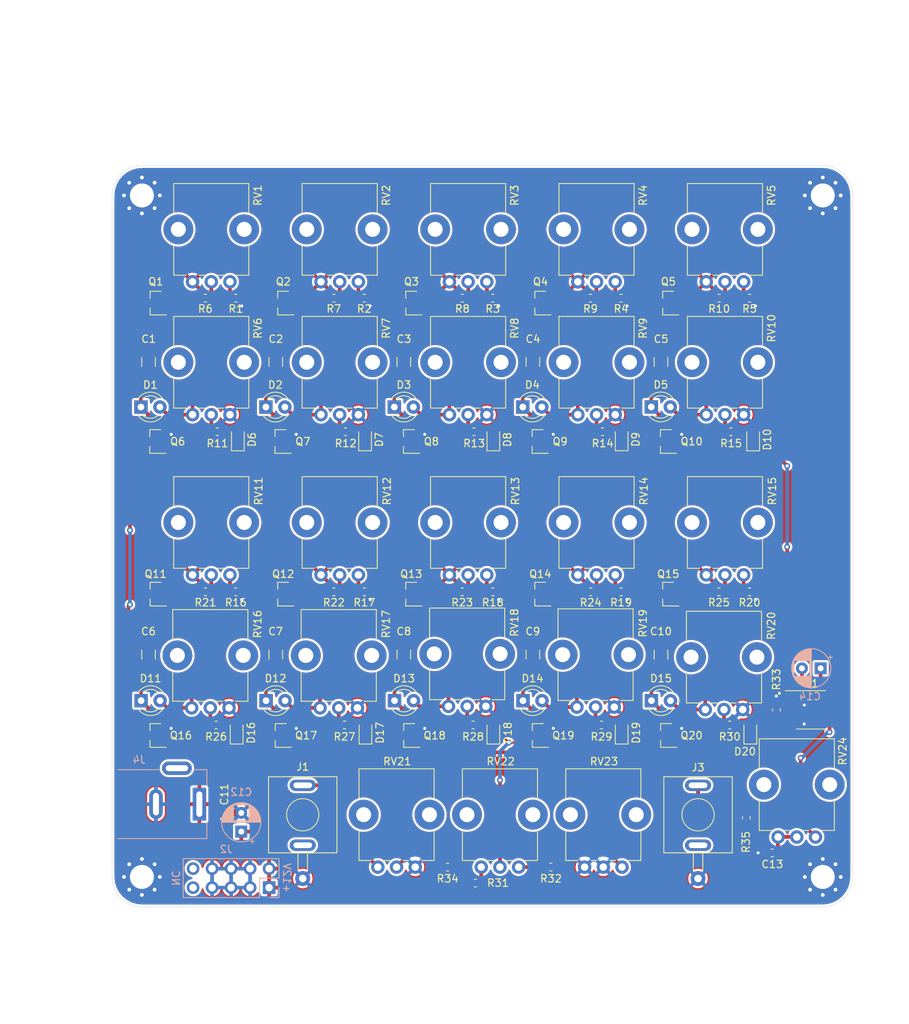
<source format=kicad_pcb>
(kicad_pcb (version 20171130) (host pcbnew "(5.1.6)-1")
  (layers (0 F.Cu mixed) (31 B.Cu mixed) (34 B.Paste user) (35 F.Paste user) (36 B.SilkS user) (37 F.SilkS user) (38 B.Mask user) (39 F.Mask user) (44 Edge.Cuts user))
  (net 0 "")
  (net 1 "Net-(C1-Pad2)")
  (net 2 "Net-(C1-Pad1)")
  (net 3 "Net-(C2-Pad2)")
  (net 4 "Net-(C2-Pad1)")
  (net 5 "Net-(C3-Pad2)")
  (net 6 "Net-(C3-Pad1)")
  (net 7 "Net-(C4-Pad2)")
  (net 8 "Net-(C4-Pad1)")
  (net 9 "Net-(C5-Pad2)")
  (net 10 "Net-(C5-Pad1)")
  (net 11 "Net-(C6-Pad2)")
  (net 12 "Net-(C6-Pad1)")
  (net 13 "Net-(C7-Pad2)")
  (net 14 "Net-(C7-Pad1)")
  (net 15 "Net-(C8-Pad2)")
  (net 16 "Net-(C8-Pad1)")
  (net 17 "Net-(C9-Pad2)")
  (net 18 "Net-(C9-Pad1)")
  (net 19 "Net-(C10-Pad2)")
  (net 20 "Net-(C10-Pad1)")
  (net 21 +12V)
  (net 22 GND)
  (net 23 "Net-(C13-Pad2)")
  (net 24 "Net-(C14-Pad2)")
  (net 25 "Net-(C14-Pad1)")
  (net 26 "Net-(D1-Pad2)")
  (net 27 "Net-(D2-Pad2)")
  (net 28 "Net-(D3-Pad2)")
  (net 29 "Net-(D4-Pad2)")
  (net 30 "Net-(D5-Pad2)")
  (net 31 "Net-(D6-Pad2)")
  (net 32 MIX)
  (net 33 "Net-(D7-Pad2)")
  (net 34 "Net-(D8-Pad2)")
  (net 35 "Net-(D9-Pad2)")
  (net 36 "Net-(D10-Pad2)")
  (net 37 "Net-(D11-Pad2)")
  (net 38 "Net-(D12-Pad2)")
  (net 39 "Net-(D13-Pad2)")
  (net 40 "Net-(D14-Pad2)")
  (net 41 "Net-(D15-Pad2)")
  (net 42 "Net-(D16-Pad2)")
  (net 43 "Net-(D17-Pad2)")
  (net 44 "Net-(D18-Pad2)")
  (net 45 "Net-(D19-Pad2)")
  (net 46 "Net-(D20-Pad2)")
  (net 47 "Net-(J1-Pad2)")
  (net 48 "Net-(J1-Pad1)")
  (net 49 "Net-(J2-Pad10)")
  (net 50 "Net-(J2-Pad9)")
  (net 51 "Net-(J3-Pad2)")
  (net 52 OUT)
  (net 53 "Net-(J4-Pad3)")
  (net 54 CV)
  (net 55 "Net-(R1-Pad2)")
  (net 56 "Net-(R2-Pad2)")
  (net 57 "Net-(R3-Pad2)")
  (net 58 "Net-(R4-Pad2)")
  (net 59 "Net-(R5-Pad2)")
  (net 60 "Net-(R6-Pad1)")
  (net 61 "Net-(R7-Pad1)")
  (net 62 "Net-(R8-Pad1)")
  (net 63 "Net-(R9-Pad1)")
  (net 64 "Net-(R10-Pad1)")
  (net 65 "Net-(R11-Pad1)")
  (net 66 "Net-(R12-Pad1)")
  (net 67 "Net-(R13-Pad1)")
  (net 68 "Net-(R14-Pad1)")
  (net 69 "Net-(R15-Pad1)")
  (net 70 "Net-(R16-Pad2)")
  (net 71 "Net-(R17-Pad2)")
  (net 72 "Net-(R18-Pad2)")
  (net 73 "Net-(R19-Pad2)")
  (net 74 "Net-(R20-Pad2)")
  (net 75 "Net-(R21-Pad1)")
  (net 76 "Net-(R22-Pad1)")
  (net 77 "Net-(R23-Pad1)")
  (net 78 "Net-(R24-Pad1)")
  (net 79 "Net-(R25-Pad1)")
  (net 80 "Net-(R26-Pad1)")
  (net 81 "Net-(R27-Pad1)")
  (net 82 "Net-(R28-Pad1)")
  (net 83 "Net-(R29-Pad1)")
  (net 84 "Net-(R30-Pad1)")
  (net 85 "Net-(R31-Pad1)")
  (net 86 "Net-(R32-Pad2)")
  (net 87 "Net-(R32-Pad1)")
  (net 88 "Net-(R34-Pad2)")
  (net 89 "Net-(R35-Pad2)")
  (net 90 "Net-(U1-Pad7)")
  (net 91 "Net-(Q1-Pad1)")
  (net 92 "Net-(Q2-Pad1)")
  (net 93 "Net-(Q3-Pad1)")
  (net 94 "Net-(Q4-Pad1)")
  (net 95 "Net-(Q5-Pad1)")
  (net 96 "Net-(Q11-Pad1)")
  (net 97 "Net-(Q12-Pad1)")
  (net 98 "Net-(Q13-Pad1)")
  (net 99 "Net-(Q14-Pad1)")
  (net 100 "Net-(Q15-Pad1)")
  (module "Selfmade Stuff:3.5mm_Mono_Jacksocket" (layer F.Cu) (at 138.3284 106.3498 270)
    (fp_text reference J3 (at -7.9629 0) (layer F.SilkS))
    (fp_text value 3.5mm_Jacksocket_Mono)
    (pad 3 thru_hole circle (at 6.858 0 270) (size 2 2) (drill 1) (layers *.Cu *.Mask) (net 22 GND))
    (pad 2 thru_hole oval (at 2.413 0) (size 3.5 1.524) (drill oval 2.5 0.762) (layers *.Cu *.Mask) (net 51 "Net-(J3-Pad2)"))
    (pad 1 thru_hole oval (at -5.588 0) (size 3.5 1.524) (drill oval 2.5 0.762) (layers *.Cu *.Mask) (net 52 OUT))
  )
  (module "Selfmade Stuff:3.5mm_Mono_Jacksocket" (layer F.Cu) (at 85.4964 106.3498 270)
    (fp_text reference J1 (at -8.0518 0) (layer F.SilkS))
    (fp_text value 3.5mm_Jacksocket_Mono)
    (pad 3 thru_hole circle (at 6.858 0 270) (size 2 2) (drill 1) (layers *.Cu *.Mask) (net 22 GND))
    (pad 2 thru_hole oval (at 2.413 0) (size 3.5 1.524) (drill oval 2.5 0.762) (layers *.Cu *.Mask) (net 47 "Net-(J1-Pad2)"))
    (pad 1 thru_hole oval (at -5.588 0) (size 3.5 1.524) (drill oval 2.5 0.762) (layers *.Cu *.Mask) (net 48 "Net-(J1-Pad1)"))
  )
  (module Connector_BarrelJack:BarrelJack_Wuerth_6941xx301002 (layer B.Cu) (at 71.6788 103.2764 90)
    (fp_text reference J4 (at 5.9182 -8.0518 180) (layer B.SilkS) (effects (justify mirror)))
    (fp_text value Barrel_Jack_Switch)
    (pad 1 thru_hole rect (at 0 0 90) (size 4.4 1.8) (drill oval 3.4 0.8) (layers *.Cu *.Mask) (net 21 +12V))
    (pad 2 thru_hole oval (at 0 -5.8 90) (size 4 1.8) (drill oval 3 0.8) (layers *.Cu *.Mask) (net 22 GND))
    (pad 3 thru_hole oval (at 4.8 -3) (size 4 1.8) (drill oval 3 0.8) (layers *.Cu *.Mask) (net 53 "Net-(J4-Pad3)"))
  )
  (module Package_SO:SOIC-8_3.9x4.9mm_P1.27mm (layer F.Cu) (at 153.4381 90.69)
    (fp_text reference U1 (at -0.0094 -3.5299 unlocked) (layer F.SilkS))
    (fp_text value LM386)
    (pad 8 smd roundrect (at 2.475 -1.905) (size 1.95 0.6) (layers F.Cu F.Paste F.Mask) (net 25 "Net-(C14-Pad1)"))
    (pad 7 smd roundrect (at 2.475 -0.635) (size 1.95 0.6) (layers F.Cu F.Paste F.Mask) (net 90 "Net-(U1-Pad7)"))
    (pad 6 smd roundrect (at 2.475 0.635) (size 1.95 0.6) (layers F.Cu F.Paste F.Mask) (net 21 +12V))
    (pad 5 smd roundrect (at 2.475 1.905) (size 1.95 0.6) (layers F.Cu F.Paste F.Mask) (net 89 "Net-(R35-Pad2)"))
    (pad 4 smd roundrect (at -2.475 1.905) (size 1.95 0.6) (layers F.Cu F.Paste F.Mask) (net 22 GND))
    (pad 3 smd roundrect (at -2.475 0.635) (size 1.95 0.6) (layers F.Cu F.Paste F.Mask) (net 32 MIX))
    (pad 2 smd roundrect (at -2.475 -0.635) (size 1.95 0.6) (layers F.Cu F.Paste F.Mask) (net 22 GND))
    (pad 1 smd roundrect (at -2.475 -1.905) (size 1.95 0.6) (layers F.Cu F.Paste F.Mask) (net 24 "Net-(C14-Pad2)"))
  )
  (module MountingHole:MountingHole_3.2mm_M3_Pad_Via (layer F.Cu) (at 64 113)
    (fp_text reference REF** hide)
    (fp_text value MountingHole_3.2mm_M3_Pad_Via)
    (pad 1 thru_hole circle (at 0 0) (size 6.4 6.4) (drill 3.2) (layers *.Cu *.Mask) (net 22 GND))
    (pad 1 thru_hole circle (at 2.4 0) (size 0.8 0.8) (drill 0.5) (layers *.Cu *.Mask))
    (pad 1 thru_hole circle (at 1.697056 1.697056) (size 0.8 0.8) (drill 0.5) (layers *.Cu *.Mask))
    (pad 1 thru_hole circle (at 0 2.4) (size 0.8 0.8) (drill 0.5) (layers *.Cu *.Mask))
    (pad 1 thru_hole circle (at -1.697056 1.697056) (size 0.8 0.8) (drill 0.5) (layers *.Cu *.Mask))
    (pad 1 thru_hole circle (at -2.4 0) (size 0.8 0.8) (drill 0.5) (layers *.Cu *.Mask))
    (pad 1 thru_hole circle (at -1.697056 -1.697056) (size 0.8 0.8) (drill 0.5) (layers *.Cu *.Mask))
    (pad 1 thru_hole circle (at 0 -2.4) (size 0.8 0.8) (drill 0.5) (layers *.Cu *.Mask))
    (pad 1 thru_hole circle (at 1.697056 -1.697056) (size 0.8 0.8) (drill 0.5) (layers *.Cu *.Mask))
  )
  (module MountingHole:MountingHole_3.2mm_M3_Pad_Via (layer F.Cu) (at 155 113)
    (fp_text reference REF** hide)
    (fp_text value MountingHole_3.2mm_M3_Pad_Via)
    (pad 1 thru_hole circle (at 1.697056 -1.697056) (size 0.8 0.8) (drill 0.5) (layers *.Cu *.Mask))
    (pad 1 thru_hole circle (at 0 -2.4) (size 0.8 0.8) (drill 0.5) (layers *.Cu *.Mask))
    (pad 1 thru_hole circle (at -1.697056 -1.697056) (size 0.8 0.8) (drill 0.5) (layers *.Cu *.Mask))
    (pad 1 thru_hole circle (at -2.4 0) (size 0.8 0.8) (drill 0.5) (layers *.Cu *.Mask))
    (pad 1 thru_hole circle (at -1.697056 1.697056) (size 0.8 0.8) (drill 0.5) (layers *.Cu *.Mask))
    (pad 1 thru_hole circle (at 0 2.4) (size 0.8 0.8) (drill 0.5) (layers *.Cu *.Mask))
    (pad 1 thru_hole circle (at 1.697056 1.697056) (size 0.8 0.8) (drill 0.5) (layers *.Cu *.Mask))
    (pad 1 thru_hole circle (at 2.4 0) (size 0.8 0.8) (drill 0.5) (layers *.Cu *.Mask))
    (pad 1 thru_hole circle (at 0 0) (size 6.4 6.4) (drill 3.2) (layers *.Cu *.Mask) (net 22 GND))
  )
  (module MountingHole:MountingHole_3.2mm_M3_Pad_Via (layer F.Cu) (at 155 22)
    (fp_text reference REF** hide)
    (fp_text value MountingHole_3.2mm_M3_Pad_Via)
    (pad 1 thru_hole circle (at 0 0) (size 6.4 6.4) (drill 3.2) (layers *.Cu *.Mask) (net 22 GND))
    (pad 1 thru_hole circle (at 2.4 0) (size 0.8 0.8) (drill 0.5) (layers *.Cu *.Mask))
    (pad 1 thru_hole circle (at 1.697056 1.697056) (size 0.8 0.8) (drill 0.5) (layers *.Cu *.Mask))
    (pad 1 thru_hole circle (at 0 2.4) (size 0.8 0.8) (drill 0.5) (layers *.Cu *.Mask))
    (pad 1 thru_hole circle (at -1.697056 1.697056) (size 0.8 0.8) (drill 0.5) (layers *.Cu *.Mask))
    (pad 1 thru_hole circle (at -2.4 0) (size 0.8 0.8) (drill 0.5) (layers *.Cu *.Mask))
    (pad 1 thru_hole circle (at -1.697056 -1.697056) (size 0.8 0.8) (drill 0.5) (layers *.Cu *.Mask))
    (pad 1 thru_hole circle (at 0 -2.4) (size 0.8 0.8) (drill 0.5) (layers *.Cu *.Mask))
    (pad 1 thru_hole circle (at 1.697056 -1.697056) (size 0.8 0.8) (drill 0.5) (layers *.Cu *.Mask))
  )
  (module MountingHole:MountingHole_3.2mm_M3_Pad_Via (layer F.Cu) (at 64 22)
    (fp_text reference REF** hide)
    (fp_text value MountingHole_3.2mm_M3_Pad_Via)
    (pad 1 thru_hole circle (at 1.697056 -1.697056) (size 0.8 0.8) (drill 0.5) (layers *.Cu *.Mask))
    (pad 1 thru_hole circle (at 0 -2.4) (size 0.8 0.8) (drill 0.5) (layers *.Cu *.Mask))
    (pad 1 thru_hole circle (at -1.697056 -1.697056) (size 0.8 0.8) (drill 0.5) (layers *.Cu *.Mask))
    (pad 1 thru_hole circle (at -2.4 0) (size 0.8 0.8) (drill 0.5) (layers *.Cu *.Mask))
    (pad 1 thru_hole circle (at -1.697056 1.697056) (size 0.8 0.8) (drill 0.5) (layers *.Cu *.Mask))
    (pad 1 thru_hole circle (at 0 2.4) (size 0.8 0.8) (drill 0.5) (layers *.Cu *.Mask))
    (pad 1 thru_hole circle (at 1.697056 1.697056) (size 0.8 0.8) (drill 0.5) (layers *.Cu *.Mask))
    (pad 1 thru_hole circle (at 2.4 0) (size 0.8 0.8) (drill 0.5) (layers *.Cu *.Mask))
    (pad 1 thru_hole circle (at 0 0) (size 6.4 6.4) (drill 3.2) (layers *.Cu *.Mask) (net 22 GND))
  )
  (module "Selfmade Stuff:Potentiometer_Alps_RK09K_Single_Vertical" (layer F.Cu) (at 154.0256 107.6706 90)
    (fp_text reference RV24 (at 11.4681 3.6322 270) (layer F.SilkS))
    (fp_text value 10k)
    (pad "" np_thru_hole circle (at 7 1.9 90) (size 4 4) (drill 2) (layers *.Cu *.Mask))
    (pad "" np_thru_hole circle (at 7 -6.9 90) (size 4 4) (drill 2) (layers *.Cu *.Mask))
    (pad 3 thru_hole circle (at 0 0 90) (size 1.8 1.8) (drill 1) (layers *.Cu *.Mask) (net 52 OUT))
    (pad 2 thru_hole circle (at 0 -2.5 90) (size 1.8 1.8) (drill 1) (layers *.Cu *.Mask) (net 23 "Net-(C13-Pad2)"))
    (pad 1 thru_hole circle (at 0 -5 90) (size 1.8 1.8) (drill 1) (layers *.Cu *.Mask) (net 23 "Net-(C13-Pad2)"))
  )
  (module "Selfmade Stuff:Potentiometer_Alps_RK09K_Single_Vertical" (layer F.Cu) (at 128.1684 111.6838 90)
    (fp_text reference RV23 (at 14.1018 -2.403 180) (layer F.SilkS))
    (fp_text value 200k)
    (pad "" np_thru_hole circle (at 7 1.9 90) (size 4 4) (drill 2) (layers *.Cu *.Mask))
    (pad "" np_thru_hole circle (at 7 -6.9 90) (size 4 4) (drill 2) (layers *.Cu *.Mask))
    (pad 3 thru_hole circle (at 0 0 90) (size 1.8 1.8) (drill 1) (layers *.Cu *.Mask) (net 87 "Net-(R32-Pad1)"))
    (pad 2 thru_hole circle (at 0 -2.5 90) (size 1.8 1.8) (drill 1) (layers *.Cu *.Mask) (net 22 GND))
    (pad 1 thru_hole circle (at 0 -5 90) (size 1.8 1.8) (drill 1) (layers *.Cu *.Mask) (net 22 GND))
  )
  (module "Selfmade Stuff:Potentiometer_Alps_RK09K_Single_Vertical" (layer F.Cu) (at 114.3508 111.6838 90)
    (fp_text reference RV22 (at 14.1018 -2.403 180) (layer F.SilkS))
    (fp_text value 100k)
    (pad "" np_thru_hole circle (at 7 1.9 90) (size 4 4) (drill 2) (layers *.Cu *.Mask))
    (pad "" np_thru_hole circle (at 7 -6.9 90) (size 4 4) (drill 2) (layers *.Cu *.Mask))
    (pad 3 thru_hole circle (at 0 0 90) (size 1.8 1.8) (drill 1) (layers *.Cu *.Mask) (net 86 "Net-(R32-Pad2)"))
    (pad 2 thru_hole circle (at 0 -2.5 90) (size 1.8 1.8) (drill 1) (layers *.Cu *.Mask) (net 54 CV))
    (pad 1 thru_hole circle (at 0 -5 90) (size 1.8 1.8) (drill 1) (layers *.Cu *.Mask) (net 85 "Net-(R31-Pad1)"))
  )
  (module "Selfmade Stuff:Potentiometer_Alps_RK09K_Single_Vertical" (layer F.Cu) (at 100.5332 111.6838 90)
    (fp_text reference RV21 (at 14.1018 -2.403 180) (layer F.SilkS))
    (fp_text value 100k)
    (pad "" np_thru_hole circle (at 7 1.9 90) (size 4 4) (drill 2) (layers *.Cu *.Mask))
    (pad "" np_thru_hole circle (at 7 -6.9 90) (size 4 4) (drill 2) (layers *.Cu *.Mask))
    (pad 3 thru_hole circle (at 0 0 90) (size 1.8 1.8) (drill 1) (layers *.Cu *.Mask) (net 22 GND))
    (pad 2 thru_hole circle (at 0 -2.5 90) (size 1.8 1.8) (drill 1) (layers *.Cu *.Mask) (net 88 "Net-(R34-Pad2)"))
    (pad 1 thru_hole circle (at 0 -5 90) (size 1.8 1.8) (drill 1) (layers *.Cu *.Mask) (net 48 "Net-(J1-Pad1)"))
  )
  (module "Selfmade Stuff:Potentiometer_Alps_RK09K_Single_Vertical" (layer F.Cu) (at 144.2974 90.6479 90)
    (fp_text reference RV20 (at 11.1808 3.82 90) (layer F.SilkS))
    (fp_text value 100k)
    (pad "" np_thru_hole circle (at 7 1.9 90) (size 4 4) (drill 2) (layers *.Cu *.Mask))
    (pad "" np_thru_hole circle (at 7 -6.9 90) (size 4 4) (drill 2) (layers *.Cu *.Mask))
    (pad 3 thru_hole circle (at 0 0 90) (size 1.8 1.8) (drill 1) (layers *.Cu *.Mask) (net 22 GND))
    (pad 2 thru_hole circle (at 0 -2.5 90) (size 1.8 1.8) (drill 1) (layers *.Cu *.Mask) (net 84 "Net-(R30-Pad1)"))
    (pad 1 thru_hole circle (at 0 -5 90) (size 1.8 1.8) (drill 1) (layers *.Cu *.Mask) (net 41 "Net-(D15-Pad2)"))
  )
  (module "Selfmade Stuff:Potentiometer_Alps_RK09K_Single_Vertical" (layer F.Cu) (at 127.133825 90.3177 90)
    (fp_text reference RV19 (at 11.1808 3.82 90) (layer F.SilkS))
    (fp_text value 100k)
    (pad "" np_thru_hole circle (at 7 1.9 90) (size 4 4) (drill 2) (layers *.Cu *.Mask))
    (pad "" np_thru_hole circle (at 7 -6.9 90) (size 4 4) (drill 2) (layers *.Cu *.Mask))
    (pad 3 thru_hole circle (at 0 0 90) (size 1.8 1.8) (drill 1) (layers *.Cu *.Mask) (net 22 GND))
    (pad 2 thru_hole circle (at 0 -2.5 90) (size 1.8 1.8) (drill 1) (layers *.Cu *.Mask) (net 83 "Net-(R29-Pad1)"))
    (pad 1 thru_hole circle (at 0 -5 90) (size 1.8 1.8) (drill 1) (layers *.Cu *.Mask) (net 40 "Net-(D14-Pad2)"))
  )
  (module "Selfmade Stuff:Potentiometer_Alps_RK09K_Single_Vertical" (layer F.Cu) (at 109.97025 90.2161 90)
    (fp_text reference RV18 (at 11.1808 3.82 90) (layer F.SilkS))
    (fp_text value 100k)
    (pad "" np_thru_hole circle (at 7 1.9 90) (size 4 4) (drill 2) (layers *.Cu *.Mask))
    (pad "" np_thru_hole circle (at 7 -6.9 90) (size 4 4) (drill 2) (layers *.Cu *.Mask))
    (pad 3 thru_hole circle (at 0 0 90) (size 1.8 1.8) (drill 1) (layers *.Cu *.Mask) (net 22 GND))
    (pad 2 thru_hole circle (at 0 -2.5 90) (size 1.8 1.8) (drill 1) (layers *.Cu *.Mask) (net 82 "Net-(R28-Pad1)"))
    (pad 1 thru_hole circle (at 0 -5 90) (size 1.8 1.8) (drill 1) (layers *.Cu *.Mask) (net 39 "Net-(D13-Pad2)"))
  )
  (module "Selfmade Stuff:Potentiometer_Alps_RK09K_Single_Vertical" (layer F.Cu) (at 92.806675 90.4193 90)
    (fp_text reference RV17 (at 11.1808 3.82 90) (layer F.SilkS))
    (fp_text value 100k)
    (pad "" np_thru_hole circle (at 7 1.9 90) (size 4 4) (drill 2) (layers *.Cu *.Mask))
    (pad "" np_thru_hole circle (at 7 -6.9 90) (size 4 4) (drill 2) (layers *.Cu *.Mask))
    (pad 3 thru_hole circle (at 0 0 90) (size 1.8 1.8) (drill 1) (layers *.Cu *.Mask) (net 22 GND))
    (pad 2 thru_hole circle (at 0 -2.5 90) (size 1.8 1.8) (drill 1) (layers *.Cu *.Mask) (net 81 "Net-(R27-Pad1)"))
    (pad 1 thru_hole circle (at 0 -5 90) (size 1.8 1.8) (drill 1) (layers *.Cu *.Mask) (net 38 "Net-(D12-Pad2)"))
  )
  (module "Selfmade Stuff:Potentiometer_Alps_RK09K_Single_Vertical" (layer F.Cu) (at 75.6431 90.4193 90)
    (fp_text reference RV16 (at 11.1808 3.82 90) (layer F.SilkS))
    (fp_text value 100k)
    (pad "" np_thru_hole circle (at 7 1.9 90) (size 4 4) (drill 2) (layers *.Cu *.Mask))
    (pad "" np_thru_hole circle (at 7 -6.9 90) (size 4 4) (drill 2) (layers *.Cu *.Mask))
    (pad 3 thru_hole circle (at 0 0 90) (size 1.8 1.8) (drill 1) (layers *.Cu *.Mask) (net 22 GND))
    (pad 2 thru_hole circle (at 0 -2.5 90) (size 1.8 1.8) (drill 1) (layers *.Cu *.Mask) (net 80 "Net-(R26-Pad1)"))
    (pad 1 thru_hole circle (at 0 -5 90) (size 1.8 1.8) (drill 1) (layers *.Cu *.Mask) (net 37 "Net-(D11-Pad2)"))
  )
  (module "Selfmade Stuff:Potentiometer_Alps_RK09K_Single_Vertical" (layer F.Cu) (at 144.4244 72.6641 90)
    (fp_text reference RV15 (at 11.1808 3.82 90) (layer F.SilkS))
    (fp_text value 10k)
    (pad "" np_thru_hole circle (at 7 1.9 90) (size 4 4) (drill 2) (layers *.Cu *.Mask))
    (pad "" np_thru_hole circle (at 7 -6.9 90) (size 4 4) (drill 2) (layers *.Cu *.Mask))
    (pad 3 thru_hole circle (at 0 0 90) (size 1.8 1.8) (drill 1) (layers *.Cu *.Mask) (net 74 "Net-(R20-Pad2)"))
    (pad 2 thru_hole circle (at 0 -2.5 90) (size 1.8 1.8) (drill 1) (layers *.Cu *.Mask) (net 79 "Net-(R25-Pad1)"))
    (pad 1 thru_hole circle (at 0 -5 90) (size 1.8 1.8) (drill 1) (layers *.Cu *.Mask) (net 21 +12V))
  )
  (module "Selfmade Stuff:Potentiometer_Alps_RK09K_Single_Vertical" (layer F.Cu) (at 127.260825 72.6641 90)
    (fp_text reference RV14 (at 11.1808 3.82 90) (layer F.SilkS))
    (fp_text value 10k)
    (pad "" np_thru_hole circle (at 7 1.9 90) (size 4 4) (drill 2) (layers *.Cu *.Mask))
    (pad "" np_thru_hole circle (at 7 -6.9 90) (size 4 4) (drill 2) (layers *.Cu *.Mask))
    (pad 3 thru_hole circle (at 0 0 90) (size 1.8 1.8) (drill 1) (layers *.Cu *.Mask) (net 73 "Net-(R19-Pad2)"))
    (pad 2 thru_hole circle (at 0 -2.5 90) (size 1.8 1.8) (drill 1) (layers *.Cu *.Mask) (net 78 "Net-(R24-Pad1)"))
    (pad 1 thru_hole circle (at 0 -5 90) (size 1.8 1.8) (drill 1) (layers *.Cu *.Mask) (net 21 +12V))
  )
  (module "Selfmade Stuff:Potentiometer_Alps_RK09K_Single_Vertical" (layer F.Cu) (at 110.09725 72.6641 90)
    (fp_text reference RV13 (at 11.1808 3.82 90) (layer F.SilkS))
    (fp_text value 10k)
    (pad "" np_thru_hole circle (at 7 1.9 90) (size 4 4) (drill 2) (layers *.Cu *.Mask))
    (pad "" np_thru_hole circle (at 7 -6.9 90) (size 4 4) (drill 2) (layers *.Cu *.Mask))
    (pad 3 thru_hole circle (at 0 0 90) (size 1.8 1.8) (drill 1) (layers *.Cu *.Mask) (net 72 "Net-(R18-Pad2)"))
    (pad 2 thru_hole circle (at 0 -2.5 90) (size 1.8 1.8) (drill 1) (layers *.Cu *.Mask) (net 77 "Net-(R23-Pad1)"))
    (pad 1 thru_hole circle (at 0 -5 90) (size 1.8 1.8) (drill 1) (layers *.Cu *.Mask) (net 21 +12V))
  )
  (module "Selfmade Stuff:Potentiometer_Alps_RK09K_Single_Vertical" (layer F.Cu) (at 92.933675 72.6641 90)
    (fp_text reference RV12 (at 11.1808 3.82 90) (layer F.SilkS))
    (fp_text value 10k)
    (pad "" np_thru_hole circle (at 7 1.9 90) (size 4 4) (drill 2) (layers *.Cu *.Mask))
    (pad "" np_thru_hole circle (at 7 -6.9 90) (size 4 4) (drill 2) (layers *.Cu *.Mask))
    (pad 3 thru_hole circle (at 0 0 90) (size 1.8 1.8) (drill 1) (layers *.Cu *.Mask) (net 71 "Net-(R17-Pad2)"))
    (pad 2 thru_hole circle (at 0 -2.5 90) (size 1.8 1.8) (drill 1) (layers *.Cu *.Mask) (net 76 "Net-(R22-Pad1)"))
    (pad 1 thru_hole circle (at 0 -5 90) (size 1.8 1.8) (drill 1) (layers *.Cu *.Mask) (net 21 +12V))
  )
  (module "Selfmade Stuff:Potentiometer_Alps_RK09K_Single_Vertical" (layer F.Cu) (at 75.7701 72.6641 90)
    (fp_text reference RV11 (at 11.1808 3.82 90) (layer F.SilkS))
    (fp_text value 10k)
    (pad "" np_thru_hole circle (at 7 1.9 90) (size 4 4) (drill 2) (layers *.Cu *.Mask))
    (pad "" np_thru_hole circle (at 7 -6.9 90) (size 4 4) (drill 2) (layers *.Cu *.Mask))
    (pad 3 thru_hole circle (at 0 0 90) (size 1.8 1.8) (drill 1) (layers *.Cu *.Mask) (net 70 "Net-(R16-Pad2)"))
    (pad 2 thru_hole circle (at 0 -2.5 90) (size 1.8 1.8) (drill 1) (layers *.Cu *.Mask) (net 75 "Net-(R21-Pad1)"))
    (pad 1 thru_hole circle (at 0 -5 90) (size 1.8 1.8) (drill 1) (layers *.Cu *.Mask) (net 21 +12V))
  )
  (module "Selfmade Stuff:Potentiometer_Alps_RK09K_Single_Vertical" (layer F.Cu) (at 144.4244 51.2725 90)
    (fp_text reference RV10 (at 11.5364 3.7184 90) (layer F.SilkS))
    (fp_text value 100k)
    (pad "" np_thru_hole circle (at 7 1.9 90) (size 4 4) (drill 2) (layers *.Cu *.Mask))
    (pad "" np_thru_hole circle (at 7 -6.9 90) (size 4 4) (drill 2) (layers *.Cu *.Mask))
    (pad 3 thru_hole circle (at 0 0 90) (size 1.8 1.8) (drill 1) (layers *.Cu *.Mask) (net 22 GND))
    (pad 2 thru_hole circle (at 0 -2.5 90) (size 1.8 1.8) (drill 1) (layers *.Cu *.Mask) (net 69 "Net-(R15-Pad1)"))
    (pad 1 thru_hole circle (at 0 -5 90) (size 1.8 1.8) (drill 1) (layers *.Cu *.Mask) (net 30 "Net-(D5-Pad2)"))
  )
  (module "Selfmade Stuff:Potentiometer_Alps_RK09K_Single_Vertical" (layer F.Cu) (at 127.260825 51.2725 90)
    (fp_text reference RV9 (at 11.5364 3.7184 90) (layer F.SilkS))
    (fp_text value 100k)
    (pad "" np_thru_hole circle (at 7 1.9 90) (size 4 4) (drill 2) (layers *.Cu *.Mask))
    (pad "" np_thru_hole circle (at 7 -6.9 90) (size 4 4) (drill 2) (layers *.Cu *.Mask))
    (pad 3 thru_hole circle (at 0 0 90) (size 1.8 1.8) (drill 1) (layers *.Cu *.Mask) (net 22 GND))
    (pad 2 thru_hole circle (at 0 -2.5 90) (size 1.8 1.8) (drill 1) (layers *.Cu *.Mask) (net 68 "Net-(R14-Pad1)"))
    (pad 1 thru_hole circle (at 0 -5 90) (size 1.8 1.8) (drill 1) (layers *.Cu *.Mask) (net 29 "Net-(D4-Pad2)"))
  )
  (module "Selfmade Stuff:Potentiometer_Alps_RK09K_Single_Vertical" (layer F.Cu) (at 110.09725 51.2725 90)
    (fp_text reference RV8 (at 11.5364 3.7184 90) (layer F.SilkS))
    (fp_text value 100k)
    (pad "" np_thru_hole circle (at 7 1.9 90) (size 4 4) (drill 2) (layers *.Cu *.Mask))
    (pad "" np_thru_hole circle (at 7 -6.9 90) (size 4 4) (drill 2) (layers *.Cu *.Mask))
    (pad 3 thru_hole circle (at 0 0 90) (size 1.8 1.8) (drill 1) (layers *.Cu *.Mask) (net 22 GND))
    (pad 2 thru_hole circle (at 0 -2.5 90) (size 1.8 1.8) (drill 1) (layers *.Cu *.Mask) (net 67 "Net-(R13-Pad1)"))
    (pad 1 thru_hole circle (at 0 -5 90) (size 1.8 1.8) (drill 1) (layers *.Cu *.Mask) (net 28 "Net-(D3-Pad2)"))
  )
  (module "Selfmade Stuff:Potentiometer_Alps_RK09K_Single_Vertical" (layer F.Cu) (at 92.933675 51.2725 90)
    (fp_text reference RV7 (at 11.5364 3.7184 90) (layer F.SilkS))
    (fp_text value 100k)
    (pad "" np_thru_hole circle (at 7 1.9 90) (size 4 4) (drill 2) (layers *.Cu *.Mask))
    (pad "" np_thru_hole circle (at 7 -6.9 90) (size 4 4) (drill 2) (layers *.Cu *.Mask))
    (pad 3 thru_hole circle (at 0 0 90) (size 1.8 1.8) (drill 1) (layers *.Cu *.Mask) (net 22 GND))
    (pad 2 thru_hole circle (at 0 -2.5 90) (size 1.8 1.8) (drill 1) (layers *.Cu *.Mask) (net 66 "Net-(R12-Pad1)"))
    (pad 1 thru_hole circle (at 0 -5 90) (size 1.8 1.8) (drill 1) (layers *.Cu *.Mask) (net 27 "Net-(D2-Pad2)"))
  )
  (module "Selfmade Stuff:Potentiometer_Alps_RK09K_Single_Vertical" (layer F.Cu) (at 75.7701 51.2725 90)
    (fp_text reference RV6 (at 11.5364 3.7184 90) (layer F.SilkS))
    (fp_text value 100k)
    (pad "" np_thru_hole circle (at 7 1.9 90) (size 4 4) (drill 2) (layers *.Cu *.Mask))
    (pad "" np_thru_hole circle (at 7 -6.9 90) (size 4 4) (drill 2) (layers *.Cu *.Mask))
    (pad 3 thru_hole circle (at 0 0 90) (size 1.8 1.8) (drill 1) (layers *.Cu *.Mask) (net 22 GND))
    (pad 2 thru_hole circle (at 0 -2.5 90) (size 1.8 1.8) (drill 1) (layers *.Cu *.Mask) (net 65 "Net-(R11-Pad1)"))
    (pad 1 thru_hole circle (at 0 -5 90) (size 1.8 1.8) (drill 1) (layers *.Cu *.Mask) (net 26 "Net-(D1-Pad2)"))
  )
  (module "Selfmade Stuff:Potentiometer_Alps_RK09K_Single_Vertical" (layer F.Cu) (at 144.4244 33.528 90)
    (fp_text reference RV5 (at 11.5364 3.7184 90) (layer F.SilkS))
    (fp_text value 10k)
    (pad "" np_thru_hole circle (at 7 1.9 90) (size 4 4) (drill 2) (layers *.Cu *.Mask))
    (pad "" np_thru_hole circle (at 7 -6.9 90) (size 4 4) (drill 2) (layers *.Cu *.Mask))
    (pad 3 thru_hole circle (at 0 0 90) (size 1.8 1.8) (drill 1) (layers *.Cu *.Mask) (net 59 "Net-(R5-Pad2)"))
    (pad 2 thru_hole circle (at 0 -2.5 90) (size 1.8 1.8) (drill 1) (layers *.Cu *.Mask) (net 64 "Net-(R10-Pad1)"))
    (pad 1 thru_hole circle (at 0 -5 90) (size 1.8 1.8) (drill 1) (layers *.Cu *.Mask) (net 21 +12V))
  )
  (module "Selfmade Stuff:Potentiometer_Alps_RK09K_Single_Vertical" (layer F.Cu) (at 127.260825 33.528 90)
    (fp_text reference RV4 (at 11.5364 3.7184 90) (layer F.SilkS))
    (fp_text value 10k)
    (pad "" np_thru_hole circle (at 7 1.9 90) (size 4 4) (drill 2) (layers *.Cu *.Mask))
    (pad "" np_thru_hole circle (at 7 -6.9 90) (size 4 4) (drill 2) (layers *.Cu *.Mask))
    (pad 3 thru_hole circle (at 0 0 90) (size 1.8 1.8) (drill 1) (layers *.Cu *.Mask) (net 58 "Net-(R4-Pad2)"))
    (pad 2 thru_hole circle (at 0 -2.5 90) (size 1.8 1.8) (drill 1) (layers *.Cu *.Mask) (net 63 "Net-(R9-Pad1)"))
    (pad 1 thru_hole circle (at 0 -5 90) (size 1.8 1.8) (drill 1) (layers *.Cu *.Mask) (net 21 +12V))
  )
  (module "Selfmade Stuff:Potentiometer_Alps_RK09K_Single_Vertical" (layer F.Cu) (at 110.09725 33.528 90)
    (fp_text reference RV3 (at 11.5364 3.7184 90) (layer F.SilkS))
    (fp_text value 10k)
    (pad "" np_thru_hole circle (at 7 1.9 90) (size 4 4) (drill 2) (layers *.Cu *.Mask))
    (pad "" np_thru_hole circle (at 7 -6.9 90) (size 4 4) (drill 2) (layers *.Cu *.Mask))
    (pad 3 thru_hole circle (at 0 0 90) (size 1.8 1.8) (drill 1) (layers *.Cu *.Mask) (net 57 "Net-(R3-Pad2)"))
    (pad 2 thru_hole circle (at 0 -2.5 90) (size 1.8 1.8) (drill 1) (layers *.Cu *.Mask) (net 62 "Net-(R8-Pad1)"))
    (pad 1 thru_hole circle (at 0 -5 90) (size 1.8 1.8) (drill 1) (layers *.Cu *.Mask) (net 21 +12V))
  )
  (module "Selfmade Stuff:Potentiometer_Alps_RK09K_Single_Vertical" (layer F.Cu) (at 92.933675 33.528 90)
    (fp_text reference RV2 (at 11.5364 3.7184 90) (layer F.SilkS))
    (fp_text value 10k)
    (pad "" np_thru_hole circle (at 7 1.9 90) (size 4 4) (drill 2) (layers *.Cu *.Mask))
    (pad "" np_thru_hole circle (at 7 -6.9 90) (size 4 4) (drill 2) (layers *.Cu *.Mask))
    (pad 3 thru_hole circle (at 0 0 90) (size 1.8 1.8) (drill 1) (layers *.Cu *.Mask) (net 56 "Net-(R2-Pad2)"))
    (pad 2 thru_hole circle (at 0 -2.5 90) (size 1.8 1.8) (drill 1) (layers *.Cu *.Mask) (net 61 "Net-(R7-Pad1)"))
    (pad 1 thru_hole circle (at 0 -5 90) (size 1.8 1.8) (drill 1) (layers *.Cu *.Mask) (net 21 +12V))
  )
  (module "Selfmade Stuff:Potentiometer_Alps_RK09K_Single_Vertical" (layer F.Cu) (at 75.7701 33.528 90)
    (fp_text reference RV1 (at 11.5364 3.7184 90) (layer F.SilkS))
    (fp_text value 10k)
    (pad "" np_thru_hole circle (at 7 1.9 90) (size 4 4) (drill 2) (layers *.Cu *.Mask))
    (pad "" np_thru_hole circle (at 7 -6.9 90) (size 4 4) (drill 2) (layers *.Cu *.Mask))
    (pad 3 thru_hole circle (at 0 0 90) (size 1.8 1.8) (drill 1) (layers *.Cu *.Mask) (net 55 "Net-(R1-Pad2)"))
    (pad 2 thru_hole circle (at 0 -2.5 90) (size 1.8 1.8) (drill 1) (layers *.Cu *.Mask) (net 60 "Net-(R6-Pad1)"))
    (pad 1 thru_hole circle (at 0 -5 90) (size 1.8 1.8) (drill 1) (layers *.Cu *.Mask) (net 21 +12V))
  )
  (module Resistor_SMD:R_0603_1608Metric (layer F.Cu) (at 144.78 105.0925 90)
    (fp_text reference R35 (at -3.2513 -0.0381 270) (layer F.SilkS))
    (fp_text value 10k)
    (pad 2 smd roundrect (at 0.7875 0 90) (size 0.875 0.95) (layers F.Cu F.Paste F.Mask) (net 89 "Net-(R35-Pad2)"))
    (pad 1 smd roundrect (at -0.7875 0 90) (size 0.875 0.95) (layers F.Cu F.Paste F.Mask) (net 52 OUT))
  )
  (module Resistor_SMD:R_0603_1608Metric (layer F.Cu) (at 104.8512 111.6838 180)
    (fp_text reference R34 (at -0.0127 -1.5443) (layer F.SilkS))
    (fp_text value 10M)
    (pad 2 smd roundrect (at 0.7875 0 180) (size 0.875 0.95) (layers F.Cu F.Paste F.Mask) (net 88 "Net-(R34-Pad2)"))
    (pad 1 smd roundrect (at -0.7875 0 180) (size 0.875 0.95) (layers F.Cu F.Paste F.Mask) (net 54 CV))
  )
  (module Resistor_SMD:R_0603_1608Metric (layer F.Cu) (at 148.7932 90.6907 90)
    (fp_text reference R33 (at 4.064 0.0127 270) (layer F.SilkS))
    (fp_text value 4k7)
    (pad 2 smd roundrect (at 0.7875 0 90) (size 0.875 0.95) (layers F.Cu F.Paste F.Mask) (net 22 GND))
    (pad 1 smd roundrect (at -0.7875 0 90) (size 0.875 0.95) (layers F.Cu F.Paste F.Mask) (net 32 MIX))
  )
  (module Resistor_SMD:R_0603_1608Metric (layer F.Cu) (at 118.6561 111.6838 180)
    (fp_text reference R32 (at -0.0127 -1.5443) (layer F.SilkS))
    (fp_text value 100k)
    (pad 2 smd roundrect (at 0.7875 0 180) (size 0.875 0.95) (layers F.Cu F.Paste F.Mask) (net 86 "Net-(R32-Pad2)"))
    (pad 1 smd roundrect (at -0.7875 0 180) (size 0.875 0.95) (layers F.Cu F.Paste F.Mask) (net 87 "Net-(R32-Pad1)"))
  )
  (module Resistor_SMD:R_0603_1608Metric (layer F.Cu) (at 108.5722 113.8174 180)
    (fp_text reference R31 (at -3.0226 0.0178) (layer F.SilkS))
    (fp_text value 680k)
    (pad 2 smd roundrect (at 0.7875 0 180) (size 0.875 0.95) (layers F.Cu F.Paste F.Mask) (net 21 +12V))
    (pad 1 smd roundrect (at -0.7875 0 180) (size 0.875 0.95) (layers F.Cu F.Paste F.Mask) (net 85 "Net-(R31-Pad1)"))
  )
  (module Resistor_SMD:R_0603_1608Metric (layer F.Cu) (at 142.5702 92.71)
    (fp_text reference R30 (at 0 1.5672) (layer F.SilkS))
    (fp_text value 1M)
    (pad 2 smd roundrect (at 0.7875 0) (size 0.875 0.95) (layers F.Cu F.Paste F.Mask) (net 46 "Net-(D20-Pad2)"))
    (pad 1 smd roundrect (at -0.7875 0) (size 0.875 0.95) (layers F.Cu F.Paste F.Mask) (net 84 "Net-(R30-Pad1)"))
  )
  (module Resistor_SMD:R_0603_1608Metric (layer F.Cu) (at 125.4252 92.71)
    (fp_text reference R29 (at 0 1.5672) (layer F.SilkS))
    (fp_text value 1M)
    (pad 2 smd roundrect (at 0.7875 0) (size 0.875 0.95) (layers F.Cu F.Paste F.Mask) (net 45 "Net-(D19-Pad2)"))
    (pad 1 smd roundrect (at -0.7875 0) (size 0.875 0.95) (layers F.Cu F.Paste F.Mask) (net 83 "Net-(R29-Pad1)"))
  )
  (module Resistor_SMD:R_0603_1608Metric (layer F.Cu) (at 108.2548 92.71)
    (fp_text reference R28 (at 0 1.5672) (layer F.SilkS))
    (fp_text value 1M)
    (pad 2 smd roundrect (at 0.7875 0) (size 0.875 0.95) (layers F.Cu F.Paste F.Mask) (net 44 "Net-(D18-Pad2)"))
    (pad 1 smd roundrect (at -0.7875 0) (size 0.875 0.95) (layers F.Cu F.Paste F.Mask) (net 82 "Net-(R28-Pad1)"))
  )
  (module Resistor_SMD:R_0603_1608Metric (layer F.Cu) (at 91.0844 92.71)
    (fp_text reference R27 (at 0 1.5672) (layer F.SilkS))
    (fp_text value 1M)
    (pad 2 smd roundrect (at 0.7875 0) (size 0.875 0.95) (layers F.Cu F.Paste F.Mask) (net 43 "Net-(D17-Pad2)"))
    (pad 1 smd roundrect (at -0.7875 0) (size 0.875 0.95) (layers F.Cu F.Paste F.Mask) (net 81 "Net-(R27-Pad1)"))
  )
  (module Resistor_SMD:R_0603_1608Metric (layer F.Cu) (at 73.914 92.71)
    (fp_text reference R26 (at 0 1.5672) (layer F.SilkS))
    (fp_text value 1M)
    (pad 2 smd roundrect (at 0.7875 0) (size 0.875 0.95) (layers F.Cu F.Paste F.Mask) (net 42 "Net-(D16-Pad2)"))
    (pad 1 smd roundrect (at -0.7875 0) (size 0.875 0.95) (layers F.Cu F.Paste F.Mask) (net 80 "Net-(R26-Pad1)"))
  )
  (module Resistor_SMD:R_0603_1608Metric (layer F.Cu) (at 141.1223 74.93 180)
    (fp_text reference R25 (at 0 -1.43) (layer F.SilkS))
    (fp_text value 3k3)
    (pad 2 smd roundrect (at 0.7875 0 180) (size 0.875 0.95) (layers F.Cu F.Paste F.Mask) (net 20 "Net-(C10-Pad1)"))
    (pad 1 smd roundrect (at -0.7875 0 180) (size 0.875 0.95) (layers F.Cu F.Paste F.Mask) (net 79 "Net-(R25-Pad1)"))
  )
  (module Resistor_SMD:R_0603_1608Metric (layer F.Cu) (at 123.9773 74.93 180)
    (fp_text reference R24 (at 0 -1.43) (layer F.SilkS))
    (fp_text value 3k3)
    (pad 2 smd roundrect (at 0.7875 0 180) (size 0.875 0.95) (layers F.Cu F.Paste F.Mask) (net 18 "Net-(C9-Pad1)"))
    (pad 1 smd roundrect (at -0.7875 0 180) (size 0.875 0.95) (layers F.Cu F.Paste F.Mask) (net 78 "Net-(R24-Pad1)"))
  )
  (module Resistor_SMD:R_0603_1608Metric (layer F.Cu) (at 106.8069 74.93 180)
    (fp_text reference R23 (at 0 -1.43) (layer F.SilkS))
    (fp_text value 3k3)
    (pad 2 smd roundrect (at 0.7875 0 180) (size 0.875 0.95) (layers F.Cu F.Paste F.Mask) (net 16 "Net-(C8-Pad1)"))
    (pad 1 smd roundrect (at -0.7875 0 180) (size 0.875 0.95) (layers F.Cu F.Paste F.Mask) (net 77 "Net-(R23-Pad1)"))
  )
  (module Resistor_SMD:R_0603_1608Metric (layer F.Cu) (at 89.656 74.93 180)
    (fp_text reference R22 (at 0 -1.43) (layer F.SilkS))
    (fp_text value 3k3)
    (pad 2 smd roundrect (at 0.7875 0 180) (size 0.875 0.95) (layers F.Cu F.Paste F.Mask) (net 14 "Net-(C7-Pad1)"))
    (pad 1 smd roundrect (at -0.7875 0 180) (size 0.875 0.95) (layers F.Cu F.Paste F.Mask) (net 76 "Net-(R22-Pad1)"))
  )
  (module Resistor_SMD:R_0603_1608Metric (layer F.Cu) (at 72.4915 74.93 180)
    (fp_text reference R21 (at 0 -1.43) (layer F.SilkS))
    (fp_text value 3k3)
    (pad 2 smd roundrect (at 0.7875 0 180) (size 0.875 0.95) (layers F.Cu F.Paste F.Mask) (net 12 "Net-(C6-Pad1)"))
    (pad 1 smd roundrect (at -0.7875 0 180) (size 0.875 0.95) (layers F.Cu F.Paste F.Mask) (net 75 "Net-(R21-Pad1)"))
  )
  (module Resistor_SMD:R_0603_1608Metric (layer F.Cu) (at 145.2119 74.93 180)
    (fp_text reference R20 (at 0 -1.43) (layer F.SilkS))
    (fp_text value 47k)
    (pad 2 smd roundrect (at 0.7875 0 180) (size 0.875 0.95) (layers F.Cu F.Paste F.Mask) (net 74 "Net-(R20-Pad2)"))
    (pad 1 smd roundrect (at -0.7875 0 180) (size 0.875 0.95) (layers F.Cu F.Paste F.Mask) (net 22 GND))
  )
  (module Resistor_SMD:R_0603_1608Metric (layer F.Cu) (at 128.0415 74.93 180)
    (fp_text reference R19 (at 0 -1.43) (layer F.SilkS))
    (fp_text value 47k)
    (pad 2 smd roundrect (at 0.7875 0 180) (size 0.875 0.95) (layers F.Cu F.Paste F.Mask) (net 73 "Net-(R19-Pad2)"))
    (pad 1 smd roundrect (at -0.7875 0 180) (size 0.875 0.95) (layers F.Cu F.Paste F.Mask) (net 22 GND))
  )
  (module Resistor_SMD:R_0603_1608Metric (layer F.Cu) (at 110.8965 74.93 180)
    (fp_text reference R18 (at 0 -1.43) (layer F.SilkS))
    (fp_text value 47k)
    (pad 2 smd roundrect (at 0.7875 0 180) (size 0.875 0.95) (layers F.Cu F.Paste F.Mask) (net 72 "Net-(R18-Pad2)"))
    (pad 1 smd roundrect (at -0.7875 0 180) (size 0.875 0.95) (layers F.Cu F.Paste F.Mask) (net 22 GND))
  )
  (module Resistor_SMD:R_0603_1608Metric (layer F.Cu) (at 93.7261 74.93 180)
    (fp_text reference R17 (at 0 -1.43) (layer F.SilkS))
    (fp_text value 47k)
    (pad 2 smd roundrect (at 0.7875 0 180) (size 0.875 0.95) (layers F.Cu F.Paste F.Mask) (net 71 "Net-(R17-Pad2)"))
    (pad 1 smd roundrect (at -0.7875 0 180) (size 0.875 0.95) (layers F.Cu F.Paste F.Mask) (net 22 GND))
  )
  (module Resistor_SMD:R_0603_1608Metric (layer F.Cu) (at 76.5557 74.93 180)
    (fp_text reference R16 (at 0 -1.43) (layer F.SilkS))
    (fp_text value 47k)
    (pad 2 smd roundrect (at 0.7875 0 180) (size 0.875 0.95) (layers F.Cu F.Paste F.Mask) (net 70 "Net-(R16-Pad2)"))
    (pad 1 smd roundrect (at -0.7875 0 180) (size 0.875 0.95) (layers F.Cu F.Paste F.Mask) (net 22 GND))
  )
  (module Resistor_SMD:R_0603_1608Metric (layer F.Cu) (at 142.7226 53.5432)
    (fp_text reference R15 (at 0.0254 1.5672) (layer F.SilkS))
    (fp_text value 1M)
    (pad 2 smd roundrect (at 0.7875 0) (size 0.875 0.95) (layers F.Cu F.Paste F.Mask) (net 36 "Net-(D10-Pad2)"))
    (pad 1 smd roundrect (at -0.7875 0) (size 0.875 0.95) (layers F.Cu F.Paste F.Mask) (net 69 "Net-(R15-Pad1)"))
  )
  (module Resistor_SMD:R_0603_1608Metric (layer F.Cu) (at 125.5522 53.5432)
    (fp_text reference R14 (at 0.0254 1.5672) (layer F.SilkS))
    (fp_text value 1M)
    (pad 2 smd roundrect (at 0.7875 0) (size 0.875 0.95) (layers F.Cu F.Paste F.Mask) (net 35 "Net-(D9-Pad2)"))
    (pad 1 smd roundrect (at -0.7875 0) (size 0.875 0.95) (layers F.Cu F.Paste F.Mask) (net 68 "Net-(R14-Pad1)"))
  )
  (module Resistor_SMD:R_0603_1608Metric (layer F.Cu) (at 108.3818 53.5432)
    (fp_text reference R13 (at 0.0254 1.5672) (layer F.SilkS))
    (fp_text value 1M)
    (pad 2 smd roundrect (at 0.7875 0) (size 0.875 0.95) (layers F.Cu F.Paste F.Mask) (net 34 "Net-(D8-Pad2)"))
    (pad 1 smd roundrect (at -0.7875 0) (size 0.875 0.95) (layers F.Cu F.Paste F.Mask) (net 67 "Net-(R13-Pad1)"))
  )
  (module Resistor_SMD:R_0603_1608Metric (layer F.Cu) (at 91.2114 53.5432)
    (fp_text reference R12 (at 0.0254 1.5672) (layer F.SilkS))
    (fp_text value 1M)
    (pad 2 smd roundrect (at 0.7875 0) (size 0.875 0.95) (layers F.Cu F.Paste F.Mask) (net 33 "Net-(D7-Pad2)"))
    (pad 1 smd roundrect (at -0.7875 0) (size 0.875 0.95) (layers F.Cu F.Paste F.Mask) (net 66 "Net-(R12-Pad1)"))
  )
  (module Resistor_SMD:R_0603_1608Metric (layer F.Cu) (at 74.0665 53.5432)
    (fp_text reference R11 (at 0.0254 1.5672) (layer F.SilkS))
    (fp_text value 1M)
    (pad 2 smd roundrect (at 0.7875 0) (size 0.875 0.95) (layers F.Cu F.Paste F.Mask) (net 31 "Net-(D6-Pad2)"))
    (pad 1 smd roundrect (at -0.7875 0) (size 0.875 0.95) (layers F.Cu F.Paste F.Mask) (net 65 "Net-(R11-Pad1)"))
  )
  (module Resistor_SMD:R_0603_1608Metric (layer F.Cu) (at 141.1478 35.7124 180)
    (fp_text reference R10 (at 0 -1.43) (layer F.SilkS))
    (fp_text value 3k3)
    (pad 2 smd roundrect (at 0.7875 0 180) (size 0.875 0.95) (layers F.Cu F.Paste F.Mask) (net 10 "Net-(C5-Pad1)"))
    (pad 1 smd roundrect (at -0.7875 0 180) (size 0.875 0.95) (layers F.Cu F.Paste F.Mask) (net 64 "Net-(R10-Pad1)"))
  )
  (module Resistor_SMD:R_0603_1608Metric (layer F.Cu) (at 123.952 35.7124 180)
    (fp_text reference R9 (at 0 -1.43) (layer F.SilkS))
    (fp_text value 3k3)
    (pad 2 smd roundrect (at 0.7875 0 180) (size 0.875 0.95) (layers F.Cu F.Paste F.Mask) (net 8 "Net-(C4-Pad1)"))
    (pad 1 smd roundrect (at -0.7875 0 180) (size 0.875 0.95) (layers F.Cu F.Paste F.Mask) (net 63 "Net-(R9-Pad1)"))
  )
  (module Resistor_SMD:R_0603_1608Metric (layer F.Cu) (at 106.8324 35.7124 180)
    (fp_text reference R8 (at 0 -1.43) (layer F.SilkS))
    (fp_text value 3k3)
    (pad 2 smd roundrect (at 0.7875 0 180) (size 0.875 0.95) (layers F.Cu F.Paste F.Mask) (net 6 "Net-(C3-Pad1)"))
    (pad 1 smd roundrect (at -0.7875 0 180) (size 0.875 0.95) (layers F.Cu F.Paste F.Mask) (net 62 "Net-(R8-Pad1)"))
  )
  (module Resistor_SMD:R_0603_1608Metric (layer F.Cu) (at 89.6493 35.7124 180)
    (fp_text reference R7 (at 0 -1.43) (layer F.SilkS))
    (fp_text value 3k3)
    (pad 2 smd roundrect (at 0.7875 0 180) (size 0.875 0.95) (layers F.Cu F.Paste F.Mask) (net 4 "Net-(C2-Pad1)"))
    (pad 1 smd roundrect (at -0.7875 0 180) (size 0.875 0.95) (layers F.Cu F.Paste F.Mask) (net 61 "Net-(R7-Pad1)"))
  )
  (module Resistor_SMD:R_0603_1608Metric (layer F.Cu) (at 72.4788 35.7124 180)
    (fp_text reference R6 (at 0 -1.43) (layer F.SilkS))
    (fp_text value 3k3)
    (pad 2 smd roundrect (at 0.7875 0 180) (size 0.875 0.95) (layers F.Cu F.Paste F.Mask) (net 2 "Net-(C1-Pad1)"))
    (pad 1 smd roundrect (at -0.7875 0 180) (size 0.875 0.95) (layers F.Cu F.Paste F.Mask) (net 60 "Net-(R6-Pad1)"))
  )
  (module Resistor_SMD:R_0603_1608Metric (layer F.Cu) (at 145.2118 35.7124 180)
    (fp_text reference R5 (at 0 -1.43) (layer F.SilkS))
    (fp_text value 47k)
    (pad 2 smd roundrect (at 0.7875 0 180) (size 0.875 0.95) (layers F.Cu F.Paste F.Mask) (net 59 "Net-(R5-Pad2)"))
    (pad 1 smd roundrect (at -0.7875 0 180) (size 0.875 0.95) (layers F.Cu F.Paste F.Mask) (net 22 GND))
  )
  (module Resistor_SMD:R_0603_1608Metric (layer F.Cu) (at 128.0414 35.7124 180)
    (fp_text reference R4 (at 0 -1.43) (layer F.SilkS))
    (fp_text value 47k)
    (pad 2 smd roundrect (at 0.7875 0 180) (size 0.875 0.95) (layers F.Cu F.Paste F.Mask) (net 58 "Net-(R4-Pad2)"))
    (pad 1 smd roundrect (at -0.7875 0 180) (size 0.875 0.95) (layers F.Cu F.Paste F.Mask) (net 22 GND))
  )
  (module Resistor_SMD:R_0603_1608Metric (layer F.Cu) (at 110.8964 35.7124 180)
    (fp_text reference R3 (at 0 -1.43) (layer F.SilkS))
    (fp_text value 47k)
    (pad 2 smd roundrect (at 0.7875 0 180) (size 0.875 0.95) (layers F.Cu F.Paste F.Mask) (net 57 "Net-(R3-Pad2)"))
    (pad 1 smd roundrect (at -0.7875 0 180) (size 0.875 0.95) (layers F.Cu F.Paste F.Mask) (net 22 GND))
  )
  (module Resistor_SMD:R_0603_1608Metric (layer F.Cu) (at 93.7242 35.7124 180)
    (fp_text reference R2 (at 0 -1.43) (layer F.SilkS))
    (fp_text value 47k)
    (pad 2 smd roundrect (at 0.7875 0 180) (size 0.875 0.95) (layers F.Cu F.Paste F.Mask) (net 56 "Net-(R2-Pad2)"))
    (pad 1 smd roundrect (at -0.7875 0 180) (size 0.875 0.95) (layers F.Cu F.Paste F.Mask) (net 22 GND))
  )
  (module Resistor_SMD:R_0603_1608Metric (layer F.Cu) (at 76.5557 35.7124 180)
    (fp_text reference R1 (at 0 -1.43) (layer F.SilkS))
    (fp_text value 47k)
    (pad 2 smd roundrect (at 0.7875 0 180) (size 0.875 0.95) (layers F.Cu F.Paste F.Mask) (net 55 "Net-(R1-Pad2)"))
    (pad 1 smd roundrect (at -0.7875 0 180) (size 0.875 0.95) (layers F.Cu F.Paste F.Mask) (net 22 GND))
  )
  (module Package_TO_SOT_SMD:SOT-23 (layer F.Cu) (at 134.0866 94.107 180)
    (fp_text reference Q20 (at -3.3782 -0.0108) (layer F.SilkS))
    (fp_text value NMOS)
    (pad 3 smd rect (at 1 0 180) (size 0.9 0.8) (layers F.Cu F.Paste F.Mask) (net 19 "Net-(C10-Pad2)"))
    (pad 2 smd rect (at -1 0.95 180) (size 0.9 0.8) (layers F.Cu F.Paste F.Mask) (net 22 GND))
    (pad 1 smd rect (at -1 -0.95 180) (size 0.9 0.8) (layers F.Cu F.Paste F.Mask) (net 54 CV))
  )
  (module Package_TO_SOT_SMD:SOT-23 (layer F.Cu) (at 116.9416 94.107 180)
    (fp_text reference Q19 (at -3.3782 -0.0108) (layer F.SilkS))
    (fp_text value NMOS)
    (pad 3 smd rect (at 1 0 180) (size 0.9 0.8) (layers F.Cu F.Paste F.Mask) (net 17 "Net-(C9-Pad2)"))
    (pad 2 smd rect (at -1 0.95 180) (size 0.9 0.8) (layers F.Cu F.Paste F.Mask) (net 22 GND))
    (pad 1 smd rect (at -1 -0.95 180) (size 0.9 0.8) (layers F.Cu F.Paste F.Mask) (net 54 CV))
  )
  (module Package_TO_SOT_SMD:SOT-23 (layer F.Cu) (at 99.7458 94.107 180)
    (fp_text reference Q18 (at -3.3782 -0.0108) (layer F.SilkS))
    (fp_text value NMOS)
    (pad 3 smd rect (at 1 0 180) (size 0.9 0.8) (layers F.Cu F.Paste F.Mask) (net 15 "Net-(C8-Pad2)"))
    (pad 2 smd rect (at -1 0.95 180) (size 0.9 0.8) (layers F.Cu F.Paste F.Mask) (net 22 GND))
    (pad 1 smd rect (at -1 -0.95 180) (size 0.9 0.8) (layers F.Cu F.Paste F.Mask) (net 54 CV))
  )
  (module Package_TO_SOT_SMD:SOT-23 (layer F.Cu) (at 82.5754 94.107 180)
    (fp_text reference Q17 (at -3.3782 -0.0108) (layer F.SilkS))
    (fp_text value NMOS)
    (pad 3 smd rect (at 1 0 180) (size 0.9 0.8) (layers F.Cu F.Paste F.Mask) (net 13 "Net-(C7-Pad2)"))
    (pad 2 smd rect (at -1 0.95 180) (size 0.9 0.8) (layers F.Cu F.Paste F.Mask) (net 22 GND))
    (pad 1 smd rect (at -1 -0.95 180) (size 0.9 0.8) (layers F.Cu F.Paste F.Mask) (net 54 CV))
  )
  (module Package_TO_SOT_SMD:SOT-23 (layer F.Cu) (at 65.8368 94.107 180)
    (fp_text reference Q16 (at -3.3782 -0.0108) (layer F.SilkS))
    (fp_text value NMOS)
    (pad 3 smd rect (at 1 0 180) (size 0.9 0.8) (layers F.Cu F.Paste F.Mask) (net 11 "Net-(C6-Pad2)"))
    (pad 2 smd rect (at -1 0.95 180) (size 0.9 0.8) (layers F.Cu F.Paste F.Mask) (net 22 GND))
    (pad 1 smd rect (at -1 -0.95 180) (size 0.9 0.8) (layers F.Cu F.Paste F.Mask) (net 54 CV))
  )
  (module Package_TO_SOT_SMD:SOT-23 (layer F.Cu) (at 134.366 75.2348 180)
    (fp_text reference Q15 (at 0.0254 2.6816) (layer F.SilkS))
    (fp_text value SS9018)
    (pad 3 smd rect (at 1 0 180) (size 0.9 0.8) (layers F.Cu F.Paste F.Mask) (net 20 "Net-(C10-Pad1)"))
    (pad 2 smd rect (at -1 0.95 180) (size 0.9 0.8) (layers F.Cu F.Paste F.Mask) (net 41 "Net-(D15-Pad2)"))
    (pad 1 smd rect (at -1 -0.95 180) (size 0.9 0.8) (layers F.Cu F.Paste F.Mask) (net 100 "Net-(Q15-Pad1)"))
  )
  (module Package_TO_SOT_SMD:SOT-23 (layer F.Cu) (at 117.2718 75.2348 180)
    (fp_text reference Q14 (at 0.0254 2.6816) (layer F.SilkS))
    (fp_text value SS9018)
    (pad 3 smd rect (at 1 0 180) (size 0.9 0.8) (layers F.Cu F.Paste F.Mask) (net 18 "Net-(C9-Pad1)"))
    (pad 2 smd rect (at -1 0.95 180) (size 0.9 0.8) (layers F.Cu F.Paste F.Mask) (net 40 "Net-(D14-Pad2)"))
    (pad 1 smd rect (at -1 -0.95 180) (size 0.9 0.8) (layers F.Cu F.Paste F.Mask) (net 99 "Net-(Q14-Pad1)"))
  )
  (module Package_TO_SOT_SMD:SOT-23 (layer F.Cu) (at 100.0252 75.2348 180)
    (fp_text reference Q13 (at 0.0254 2.6816) (layer F.SilkS))
    (fp_text value SS9018)
    (pad 3 smd rect (at 1 0 180) (size 0.9 0.8) (layers F.Cu F.Paste F.Mask) (net 16 "Net-(C8-Pad1)"))
    (pad 2 smd rect (at -1 0.95 180) (size 0.9 0.8) (layers F.Cu F.Paste F.Mask) (net 39 "Net-(D13-Pad2)"))
    (pad 1 smd rect (at -1 -0.95 180) (size 0.9 0.8) (layers F.Cu F.Paste F.Mask) (net 98 "Net-(Q13-Pad1)"))
  )
  (module Package_TO_SOT_SMD:SOT-23 (layer F.Cu) (at 82.9056 75.2348 180)
    (fp_text reference Q12 (at 0.0254 2.6816) (layer F.SilkS))
    (fp_text value SS9018)
    (pad 3 smd rect (at 1 0 180) (size 0.9 0.8) (layers F.Cu F.Paste F.Mask) (net 14 "Net-(C7-Pad1)"))
    (pad 2 smd rect (at -1 0.95 180) (size 0.9 0.8) (layers F.Cu F.Paste F.Mask) (net 38 "Net-(D12-Pad2)"))
    (pad 1 smd rect (at -1 -0.95 180) (size 0.9 0.8) (layers F.Cu F.Paste F.Mask) (net 97 "Net-(Q12-Pad1)"))
  )
  (module Package_TO_SOT_SMD:SOT-23 (layer F.Cu) (at 65.8622 75.2348 180)
    (fp_text reference Q11 (at 0.0254 2.6816) (layer F.SilkS))
    (fp_text value SS9018)
    (pad 3 smd rect (at 1 0 180) (size 0.9 0.8) (layers F.Cu F.Paste F.Mask) (net 12 "Net-(C6-Pad1)"))
    (pad 2 smd rect (at -1 0.95 180) (size 0.9 0.8) (layers F.Cu F.Paste F.Mask) (net 37 "Net-(D11-Pad2)"))
    (pad 1 smd rect (at -1 -0.95 180) (size 0.9 0.8) (layers F.Cu F.Paste F.Mask) (net 96 "Net-(Q11-Pad1)"))
  )
  (module Package_TO_SOT_SMD:SOT-23 (layer F.Cu) (at 134.0612 54.8513 180)
    (fp_text reference Q10 (at -3.4036 0) (layer F.SilkS))
    (fp_text value NMOS)
    (pad 3 smd rect (at 1 0 180) (size 0.9 0.8) (layers F.Cu F.Paste F.Mask) (net 9 "Net-(C5-Pad2)"))
    (pad 2 smd rect (at -1 0.95 180) (size 0.9 0.8) (layers F.Cu F.Paste F.Mask) (net 22 GND))
    (pad 1 smd rect (at -1 -0.95 180) (size 0.9 0.8) (layers F.Cu F.Paste F.Mask) (net 54 CV))
  )
  (module Package_TO_SOT_SMD:SOT-23 (layer F.Cu) (at 116.9162 54.8513 180)
    (fp_text reference Q9 (at -2.9718 -0.0108) (layer F.SilkS))
    (fp_text value NMOS)
    (pad 3 smd rect (at 1 0 180) (size 0.9 0.8) (layers F.Cu F.Paste F.Mask) (net 7 "Net-(C4-Pad2)"))
    (pad 2 smd rect (at -1 0.95 180) (size 0.9 0.8) (layers F.Cu F.Paste F.Mask) (net 22 GND))
    (pad 1 smd rect (at -1 -0.95 180) (size 0.9 0.8) (layers F.Cu F.Paste F.Mask) (net 54 CV))
  )
  (module Package_TO_SOT_SMD:SOT-23 (layer F.Cu) (at 99.7204 54.8513 180)
    (fp_text reference Q8 (at -2.9718 -0.0108) (layer F.SilkS))
    (fp_text value NMOS)
    (pad 3 smd rect (at 1 0 180) (size 0.9 0.8) (layers F.Cu F.Paste F.Mask) (net 5 "Net-(C3-Pad2)"))
    (pad 2 smd rect (at -1 0.95 180) (size 0.9 0.8) (layers F.Cu F.Paste F.Mask) (net 22 GND))
    (pad 1 smd rect (at -1 -0.95 180) (size 0.9 0.8) (layers F.Cu F.Paste F.Mask) (net 54 CV))
  )
  (module Package_TO_SOT_SMD:SOT-23 (layer F.Cu) (at 82.55 54.8513 180)
    (fp_text reference Q7 (at -2.9718 -0.0108 180) (layer F.SilkS))
    (fp_text value NMOS)
    (pad 3 smd rect (at 1 0 180) (size 0.9 0.8) (layers F.Cu F.Paste F.Mask) (net 3 "Net-(C2-Pad2)"))
    (pad 2 smd rect (at -1 0.95 180) (size 0.9 0.8) (layers F.Cu F.Paste F.Mask) (net 22 GND))
    (pad 1 smd rect (at -1 -0.95 180) (size 0.9 0.8) (layers F.Cu F.Paste F.Mask) (net 54 CV))
  )
  (module Package_TO_SOT_SMD:SOT-23 (layer F.Cu) (at 65.8114 54.8513 180)
    (fp_text reference Q6 (at -2.9718 -0.0108) (layer F.SilkS))
    (fp_text value NMOS)
    (pad 3 smd rect (at 1 0 180) (size 0.9 0.8) (layers F.Cu F.Paste F.Mask) (net 1 "Net-(C1-Pad2)"))
    (pad 2 smd rect (at -1 0.95 180) (size 0.9 0.8) (layers F.Cu F.Paste F.Mask) (net 22 GND))
    (pad 1 smd rect (at -1 -0.95 180) (size 0.9 0.8) (layers F.Cu F.Paste F.Mask) (net 54 CV))
  )
  (module Package_TO_SOT_SMD:SOT-23 (layer F.Cu) (at 134.366 36.3728 180)
    (fp_text reference Q5 (at 0 2.8594) (layer F.SilkS))
    (fp_text value SS9018)
    (pad 3 smd rect (at 1 0 180) (size 0.9 0.8) (layers F.Cu F.Paste F.Mask) (net 10 "Net-(C5-Pad1)"))
    (pad 2 smd rect (at -1 0.95 180) (size 0.9 0.8) (layers F.Cu F.Paste F.Mask) (net 30 "Net-(D5-Pad2)"))
    (pad 1 smd rect (at -1 -0.95 180) (size 0.9 0.8) (layers F.Cu F.Paste F.Mask) (net 95 "Net-(Q5-Pad1)"))
  )
  (module Package_TO_SOT_SMD:SOT-23 (layer F.Cu) (at 117.2718 36.3728 180)
    (fp_text reference Q4 (at 0 2.8594) (layer F.SilkS))
    (fp_text value SS9018)
    (pad 3 smd rect (at 1 0 180) (size 0.9 0.8) (layers F.Cu F.Paste F.Mask) (net 8 "Net-(C4-Pad1)"))
    (pad 2 smd rect (at -1 0.95 180) (size 0.9 0.8) (layers F.Cu F.Paste F.Mask) (net 29 "Net-(D4-Pad2)"))
    (pad 1 smd rect (at -1 -0.95 180) (size 0.9 0.8) (layers F.Cu F.Paste F.Mask) (net 94 "Net-(Q4-Pad1)"))
  )
  (module Package_TO_SOT_SMD:SOT-23 (layer F.Cu) (at 100.0252 36.3728 180)
    (fp_text reference Q3 (at 0 2.8594) (layer F.SilkS))
    (fp_text value SS9018)
    (pad 3 smd rect (at 1 0 180) (size 0.9 0.8) (layers F.Cu F.Paste F.Mask) (net 6 "Net-(C3-Pad1)"))
    (pad 2 smd rect (at -1 0.95 180) (size 0.9 0.8) (layers F.Cu F.Paste F.Mask) (net 28 "Net-(D3-Pad2)"))
    (pad 1 smd rect (at -1 -0.95 180) (size 0.9 0.8) (layers F.Cu F.Paste F.Mask) (net 93 "Net-(Q3-Pad1)"))
  )
  (module Package_TO_SOT_SMD:SOT-23 (layer F.Cu) (at 82.9056 36.3728 180)
    (fp_text reference Q2 (at 0 2.8594) (layer F.SilkS))
    (fp_text value SS9018)
    (pad 3 smd rect (at 1 0 180) (size 0.9 0.8) (layers F.Cu F.Paste F.Mask) (net 4 "Net-(C2-Pad1)"))
    (pad 2 smd rect (at -1 0.95 180) (size 0.9 0.8) (layers F.Cu F.Paste F.Mask) (net 27 "Net-(D2-Pad2)"))
    (pad 1 smd rect (at -1 -0.95 180) (size 0.9 0.8) (layers F.Cu F.Paste F.Mask) (net 92 "Net-(Q2-Pad1)"))
  )
  (module Package_TO_SOT_SMD:SOT-23 (layer F.Cu) (at 65.8622 36.3728 180)
    (fp_text reference Q1 (at 0 2.8594) (layer F.SilkS))
    (fp_text value SS9018)
    (pad 3 smd rect (at 1 0 180) (size 0.9 0.8) (layers F.Cu F.Paste F.Mask) (net 2 "Net-(C1-Pad1)"))
    (pad 2 smd rect (at -1 0.95 180) (size 0.9 0.8) (layers F.Cu F.Paste F.Mask) (net 26 "Net-(D1-Pad2)"))
    (pad 1 smd rect (at -1 -0.95 180) (size 0.9 0.8) (layers F.Cu F.Paste F.Mask) (net 91 "Net-(Q1-Pad1)"))
  )
  (module Connector_PinHeader_2.54mm:PinHeader_2x05_P2.54mm_Vertical (layer B.Cu) (at 81 114.427 90)
    (fp_text reference J2 (at 5.1308 -5.7398) (layer B.SilkS) (effects (justify mirror)))
    (fp_text value Conn_02x05_Odd_Even)
    (pad 10 thru_hole oval (at 2.54 -10.16 90) (size 1.7 1.7) (drill 1) (layers *.Cu *.Mask) (net 49 "Net-(J2-Pad10)"))
    (pad 9 thru_hole oval (at 0 -10.16 90) (size 1.7 1.7) (drill 1) (layers *.Cu *.Mask) (net 50 "Net-(J2-Pad9)"))
    (pad 8 thru_hole oval (at 2.54 -7.62 90) (size 1.7 1.7) (drill 1) (layers *.Cu *.Mask) (net 22 GND))
    (pad 7 thru_hole oval (at 0 -7.62 90) (size 1.7 1.7) (drill 1) (layers *.Cu *.Mask) (net 22 GND))
    (pad 6 thru_hole oval (at 2.54 -5.08 90) (size 1.7 1.7) (drill 1) (layers *.Cu *.Mask) (net 22 GND))
    (pad 5 thru_hole oval (at 0 -5.08 90) (size 1.7 1.7) (drill 1) (layers *.Cu *.Mask) (net 22 GND))
    (pad 4 thru_hole oval (at 2.54 -2.54 90) (size 1.7 1.7) (drill 1) (layers *.Cu *.Mask) (net 22 GND))
    (pad 3 thru_hole oval (at 0 -2.54 90) (size 1.7 1.7) (drill 1) (layers *.Cu *.Mask) (net 22 GND))
    (pad 2 thru_hole oval (at 2.54 0 90) (size 1.7 1.7) (drill 1) (layers *.Cu *.Mask) (net 21 +12V))
    (pad 1 thru_hole rect (at 0 0 90) (size 1.7 1.7) (drill 1) (layers *.Cu *.Mask) (net 21 +12V))
  )
  (module Diode_SMD:D_SOD-323 (layer F.Cu) (at 145.3134 93.7514 90)
    (fp_text reference D20 (at -2.5019 -0.7112) (layer F.SilkS))
    (fp_text value 1N4148WS)
    (pad 2 smd rect (at 1.05 0 90) (size 0.6 0.45) (layers F.Cu F.Paste F.Mask) (net 46 "Net-(D20-Pad2)"))
    (pad 1 smd rect (at -1.05 0 90) (size 0.6 0.45) (layers F.Cu F.Paste F.Mask) (net 32 MIX))
  )
  (module Diode_SMD:D_SOD-323 (layer F.Cu) (at 128.1176 93.7514 90)
    (fp_text reference D19 (at 0 1.9346 90) (layer F.SilkS))
    (fp_text value 1N4148WS)
    (pad 2 smd rect (at 1.05 0 90) (size 0.6 0.45) (layers F.Cu F.Paste F.Mask) (net 45 "Net-(D19-Pad2)"))
    (pad 1 smd rect (at -1.05 0 90) (size 0.6 0.45) (layers F.Cu F.Paste F.Mask) (net 32 MIX))
  )
  (module Diode_SMD:D_SOD-323 (layer F.Cu) (at 110.9726 93.7514 90)
    (fp_text reference D18 (at 0 1.9346 90) (layer F.SilkS))
    (fp_text value 1N4148WS)
    (pad 2 smd rect (at 1.05 0 90) (size 0.6 0.45) (layers F.Cu F.Paste F.Mask) (net 44 "Net-(D18-Pad2)"))
    (pad 1 smd rect (at -1.05 0 90) (size 0.6 0.45) (layers F.Cu F.Paste F.Mask) (net 32 MIX))
  )
  (module Diode_SMD:D_SOD-323 (layer F.Cu) (at 93.8784 93.7514 90)
    (fp_text reference D17 (at 0 1.9346 90) (layer F.SilkS))
    (fp_text value 1N4148WS)
    (pad 2 smd rect (at 1.05 0 90) (size 0.6 0.45) (layers F.Cu F.Paste F.Mask) (net 43 "Net-(D17-Pad2)"))
    (pad 1 smd rect (at -1.05 0 90) (size 0.6 0.45) (layers F.Cu F.Paste F.Mask) (net 32 MIX))
  )
  (module Diode_SMD:D_SOD-323 (layer F.Cu) (at 76.6572 93.7514 90)
    (fp_text reference D16 (at 0 1.9346 90) (layer F.SilkS))
    (fp_text value 1N4148WS)
    (pad 2 smd rect (at 1.05 0 90) (size 0.6 0.45) (layers F.Cu F.Paste F.Mask) (net 42 "Net-(D16-Pad2)"))
    (pad 1 smd rect (at -1.05 0 90) (size 0.6 0.45) (layers F.Cu F.Paste F.Mask) (net 32 MIX))
  )
  (module LED_THT:LED_D3.0mm (layer F.Cu) (at 132.1054 89.4588)
    (fp_text reference D15 (at 1.27 -2.96) (layer F.SilkS))
    (fp_text value LED_Small)
    (pad 2 thru_hole circle (at 2.54 0) (size 1.8 1.8) (drill 0.9) (layers *.Cu *.Mask) (net 41 "Net-(D15-Pad2)"))
    (pad 1 thru_hole rect (at 0 0) (size 1.8 1.8) (drill 0.9) (layers *.Cu *.Mask) (net 19 "Net-(C10-Pad2)"))
  )
  (module LED_THT:LED_D3.0mm (layer F.Cu) (at 114.935 89.4588)
    (fp_text reference D14 (at 1.27 -2.96) (layer F.SilkS))
    (fp_text value LED_Small)
    (pad 2 thru_hole circle (at 2.54 0) (size 1.8 1.8) (drill 0.9) (layers *.Cu *.Mask) (net 40 "Net-(D14-Pad2)"))
    (pad 1 thru_hole rect (at 0 0) (size 1.8 1.8) (drill 0.9) (layers *.Cu *.Mask) (net 17 "Net-(C9-Pad2)"))
  )
  (module LED_THT:LED_D3.0mm (layer F.Cu) (at 97.7646 89.4588)
    (fp_text reference D13 (at 1.27 -2.96) (layer F.SilkS))
    (fp_text value LED_Small)
    (pad 2 thru_hole circle (at 2.54 0) (size 1.8 1.8) (drill 0.9) (layers *.Cu *.Mask) (net 39 "Net-(D13-Pad2)"))
    (pad 1 thru_hole rect (at 0 0) (size 1.8 1.8) (drill 0.9) (layers *.Cu *.Mask) (net 15 "Net-(C8-Pad2)"))
  )
  (module LED_THT:LED_D3.0mm (layer F.Cu) (at 80.5942 89.4588)
    (fp_text reference D12 (at 1.27 -2.96) (layer F.SilkS))
    (fp_text value LED_Small)
    (pad 2 thru_hole circle (at 2.54 0) (size 1.8 1.8) (drill 0.9) (layers *.Cu *.Mask) (net 38 "Net-(D12-Pad2)"))
    (pad 1 thru_hole rect (at 0 0) (size 1.8 1.8) (drill 0.9) (layers *.Cu *.Mask) (net 13 "Net-(C7-Pad2)"))
  )
  (module LED_THT:LED_D3.0mm (layer F.Cu) (at 63.8937 89.4588)
    (fp_text reference D11 (at 1.27 -2.96) (layer F.SilkS))
    (fp_text value LED_Small)
    (pad 2 thru_hole circle (at 2.54 0) (size 1.8 1.8) (drill 0.9) (layers *.Cu *.Mask) (net 37 "Net-(D11-Pad2)"))
    (pad 1 thru_hole rect (at 0 0) (size 1.8 1.8) (drill 0.9) (layers *.Cu *.Mask) (net 11 "Net-(C6-Pad2)"))
  )
  (module Diode_SMD:D_SOD-323 (layer F.Cu) (at 145.6944 54.5973 90)
    (fp_text reference D10 (at 0 1.8838 90) (layer F.SilkS))
    (fp_text value 1N4148WS)
    (pad 2 smd rect (at 1.05 0 90) (size 0.6 0.45) (layers F.Cu F.Paste F.Mask) (net 36 "Net-(D10-Pad2)"))
    (pad 1 smd rect (at -1.05 0 90) (size 0.6 0.45) (layers F.Cu F.Paste F.Mask) (net 32 MIX))
  )
  (module Diode_SMD:D_SOD-323 (layer F.Cu) (at 128.1176 54.5846 90)
    (fp_text reference D9 (at 0 1.8838 90) (layer F.SilkS))
    (fp_text value 1N4148WS)
    (pad 2 smd rect (at 1.05 0 90) (size 0.6 0.45) (layers F.Cu F.Paste F.Mask) (net 35 "Net-(D9-Pad2)"))
    (pad 1 smd rect (at -1.05 0 90) (size 0.6 0.45) (layers F.Cu F.Paste F.Mask) (net 32 MIX))
  )
  (module Diode_SMD:D_SOD-323 (layer F.Cu) (at 110.9726 54.5973 90)
    (fp_text reference D8 (at 0 1.8838 90) (layer F.SilkS))
    (fp_text value 1N4148WS)
    (pad 2 smd rect (at 1.05 0 90) (size 0.6 0.45) (layers F.Cu F.Paste F.Mask) (net 34 "Net-(D8-Pad2)"))
    (pad 1 smd rect (at -1.05 0 90) (size 0.6 0.45) (layers F.Cu F.Paste F.Mask) (net 32 MIX))
  )
  (module Diode_SMD:D_SOD-323 (layer F.Cu) (at 93.8276 54.5973 90)
    (fp_text reference D7 (at 0 1.8838 270) (layer F.SilkS))
    (fp_text value 1N4148WS)
    (pad 2 smd rect (at 1.05 0 90) (size 0.6 0.45) (layers F.Cu F.Paste F.Mask) (net 33 "Net-(D7-Pad2)"))
    (pad 1 smd rect (at -1.05 0 90) (size 0.6 0.45) (layers F.Cu F.Paste F.Mask) (net 32 MIX))
  )
  (module Diode_SMD:D_SOD-323 (layer F.Cu) (at 76.8223 54.5973 90)
    (fp_text reference D6 (at 0 1.8838 90) (layer F.SilkS))
    (fp_text value 1N4148WS)
    (pad 2 smd rect (at 1.05 0 90) (size 0.6 0.45) (layers F.Cu F.Paste F.Mask) (net 31 "Net-(D6-Pad2)"))
    (pad 1 smd rect (at -1.05 0 90) (size 0.6 0.45) (layers F.Cu F.Paste F.Mask) (net 32 MIX))
  )
  (module LED_THT:LED_D3.0mm (layer F.Cu) (at 132.08 50.2412)
    (fp_text reference D5 (at 1.27 -2.96) (layer F.SilkS))
    (fp_text value LED_Small)
    (pad 2 thru_hole circle (at 2.54 0) (size 1.8 1.8) (drill 0.9) (layers *.Cu *.Mask) (net 30 "Net-(D5-Pad2)"))
    (pad 1 thru_hole rect (at 0 0) (size 1.8 1.8) (drill 0.9) (layers *.Cu *.Mask) (net 9 "Net-(C5-Pad2)"))
  )
  (module LED_THT:LED_D3.0mm (layer F.Cu) (at 114.9096 50.2539)
    (fp_text reference D4 (at 1.27 -2.96) (layer F.SilkS))
    (fp_text value LED_Small)
    (pad 2 thru_hole circle (at 2.54 0) (size 1.8 1.8) (drill 0.9) (layers *.Cu *.Mask) (net 29 "Net-(D4-Pad2)"))
    (pad 1 thru_hole rect (at 0 0) (size 1.8 1.8) (drill 0.9) (layers *.Cu *.Mask) (net 7 "Net-(C4-Pad2)"))
  )
  (module LED_THT:LED_D3.0mm (layer F.Cu) (at 97.7392 50.2539)
    (fp_text reference D3 (at 1.27 -2.96) (layer F.SilkS))
    (fp_text value LED_Small)
    (pad 2 thru_hole circle (at 2.54 0) (size 1.8 1.8) (drill 0.9) (layers *.Cu *.Mask) (net 28 "Net-(D3-Pad2)"))
    (pad 1 thru_hole rect (at 0 0) (size 1.8 1.8) (drill 0.9) (layers *.Cu *.Mask) (net 5 "Net-(C3-Pad2)"))
  )
  (module LED_THT:LED_D3.0mm (layer F.Cu) (at 80.5688 50.2539)
    (fp_text reference D2 (at 1.27 -2.96) (layer F.SilkS))
    (fp_text value LED_Small)
    (pad 2 thru_hole circle (at 2.54 0) (size 1.8 1.8) (drill 0.9) (layers *.Cu *.Mask) (net 27 "Net-(D2-Pad2)"))
    (pad 1 thru_hole rect (at 0 0) (size 1.8 1.8) (drill 0.9) (layers *.Cu *.Mask) (net 3 "Net-(C2-Pad2)"))
  )
  (module LED_THT:LED_D3.0mm (layer F.Cu) (at 63.8683 50.2539)
    (fp_text reference D1 (at 1.27 -2.96) (layer F.SilkS))
    (fp_text value LED_Small)
    (pad 2 thru_hole circle (at 2.54 0) (size 1.8 1.8) (drill 0.9) (layers *.Cu *.Mask) (net 26 "Net-(D1-Pad2)"))
    (pad 1 thru_hole rect (at 0 0) (size 1.8 1.8) (drill 0.9) (layers *.Cu *.Mask) (net 1 "Net-(C1-Pad2)"))
  )
  (module Capacitor_THT:CP_Radial_D5.0mm_P2.50mm (layer B.Cu) (at 154.7114 85.1408 180)
    (fp_text reference C14 (at 1.4351 -3.7465) (layer B.SilkS) (effects (justify mirror)))
    (fp_text value 10µ)
    (pad 2 thru_hole circle (at 2.5 0 180) (size 1.6 1.6) (drill 0.8) (layers *.Cu *.Mask) (net 24 "Net-(C14-Pad2)"))
    (pad 1 thru_hole rect (at 0 0 180) (size 1.6 1.6) (drill 0.8) (layers *.Cu *.Mask) (net 25 "Net-(C14-Pad1)"))
  )
  (module Capacitor_SMD:C_0603_1608Metric (layer F.Cu) (at 148.2344 109.7915)
    (fp_text reference C13 (at 0.0254 1.5113) (layer F.SilkS))
    (fp_text value 47n)
    (pad 2 smd roundrect (at 0.7875 0) (size 0.875 0.95) (layers F.Cu F.Paste F.Mask) (net 23 "Net-(C13-Pad2)"))
    (pad 1 smd roundrect (at -0.7875 0) (size 0.875 0.95) (layers F.Cu F.Paste F.Mask) (net 22 GND))
  )
  (module Capacitor_THT:CP_Radial_D5.0mm_P2.50mm (layer B.Cu) (at 77.2795 106.9467 90)
    (fp_text reference C12 (at 5.2832 0 180) (layer B.SilkS) (effects (justify mirror)))
    (fp_text value 10µ)
    (pad 2 thru_hole circle (at 2.5 0 90) (size 1.6 1.6) (drill 0.8) (layers *.Cu *.Mask) (net 22 GND))
    (pad 1 thru_hole rect (at 0 0 90) (size 1.6 1.6) (drill 0.8) (layers *.Cu *.Mask) (net 21 +12V))
  )
  (module Capacitor_SMD:C_0603_1608Metric (layer F.Cu) (at 75.0443 105.2323 270)
    (fp_text reference C11 (at -3.2513 0.0254 90) (layer F.SilkS))
    (fp_text value 100n)
    (pad 2 smd roundrect (at 0.7875 0 270) (size 0.875 0.95) (layers F.Cu F.Paste F.Mask) (net 21 +12V))
    (pad 1 smd roundrect (at -0.7875 0 270) (size 0.875 0.95) (layers F.Cu F.Paste F.Mask) (net 22 GND))
  )
  (module Capacitor_SMD:C_1206_3216Metric (layer F.Cu) (at 133.3754 83.312 270)
    (fp_text reference C10 (at -3.0988 0.0088 180) (layer F.SilkS))
    (fp_text value CP_Small)
    (pad 2 smd roundrect (at 1.4 0 270) (size 1.25 1.75) (layers F.Cu F.Paste F.Mask) (roundrect_rratio 0.2) (net 19 "Net-(C10-Pad2)"))
    (pad 1 smd roundrect (at -1.4 0 270) (size 1.25 1.75) (layers F.Cu F.Paste F.Mask) (roundrect_rratio 0.2) (net 20 "Net-(C10-Pad1)"))
  )
  (module Capacitor_SMD:C_1206_3216Metric (layer F.Cu) (at 116.2558 83.312 270)
    (fp_text reference C9 (at -3.0988 0.0088 180) (layer F.SilkS))
    (fp_text value CP_Small)
    (pad 2 smd roundrect (at 1.4 0 270) (size 1.25 1.75) (layers F.Cu F.Paste F.Mask) (roundrect_rratio 0.2) (net 17 "Net-(C9-Pad2)"))
    (pad 1 smd roundrect (at -1.4 0 270) (size 1.25 1.75) (layers F.Cu F.Paste F.Mask) (roundrect_rratio 0.2) (net 18 "Net-(C9-Pad1)"))
  )
  (module Capacitor_SMD:C_1206_3216Metric (layer F.Cu) (at 99.0092 83.312 270)
    (fp_text reference C8 (at -3.0988 0.0088 180) (layer F.SilkS))
    (fp_text value CP_Small)
    (pad 2 smd roundrect (at 1.4 0 270) (size 1.25 1.75) (layers F.Cu F.Paste F.Mask) (roundrect_rratio 0.2) (net 15 "Net-(C8-Pad2)"))
    (pad 1 smd roundrect (at -1.4 0 270) (size 1.25 1.75) (layers F.Cu F.Paste F.Mask) (roundrect_rratio 0.2) (net 16 "Net-(C8-Pad1)"))
  )
  (module Capacitor_SMD:C_1206_3216Metric (layer F.Cu) (at 81.8896 83.312 270)
    (fp_text reference C7 (at -3.0988 0.0088 180) (layer F.SilkS))
    (fp_text value CP_Small)
    (pad 2 smd roundrect (at 1.4 0 270) (size 1.25 1.75) (layers F.Cu F.Paste F.Mask) (roundrect_rratio 0.2) (net 13 "Net-(C7-Pad2)"))
    (pad 1 smd roundrect (at -1.4 0 270) (size 1.25 1.75) (layers F.Cu F.Paste F.Mask) (roundrect_rratio 0.2) (net 14 "Net-(C7-Pad1)"))
  )
  (module Capacitor_SMD:C_1206_3216Metric (layer F.Cu) (at 64.8843 83.312 270)
    (fp_text reference C6 (at -3.0988 0.0088 180) (layer F.SilkS))
    (fp_text value CP_Small)
    (pad 2 smd roundrect (at 1.4 0 270) (size 1.25 1.75) (layers F.Cu F.Paste F.Mask) (roundrect_rratio 0.2) (net 11 "Net-(C6-Pad2)"))
    (pad 1 smd roundrect (at -1.4 0 270) (size 1.25 1.75) (layers F.Cu F.Paste F.Mask) (roundrect_rratio 0.2) (net 12 "Net-(C6-Pad1)"))
  )
  (module Capacitor_SMD:C_1206_3216Metric (layer F.Cu) (at 133.3754 44.2214 270)
    (fp_text reference C5 (at -3.048 -0.0166 180) (layer F.SilkS))
    (fp_text value CP_Small)
    (pad 2 smd roundrect (at 1.4 0 270) (size 1.25 1.75) (layers F.Cu F.Paste F.Mask) (roundrect_rratio 0.2) (net 9 "Net-(C5-Pad2)"))
    (pad 1 smd roundrect (at -1.4 0 270) (size 1.25 1.75) (layers F.Cu F.Paste F.Mask) (roundrect_rratio 0.2) (net 10 "Net-(C5-Pad1)"))
  )
  (module Capacitor_SMD:C_1206_3216Metric (layer F.Cu) (at 116.2558 44.2214 270)
    (fp_text reference C4 (at -3.048 -0.0166 180) (layer F.SilkS))
    (fp_text value CP_Small)
    (pad 2 smd roundrect (at 1.4 0 270) (size 1.25 1.75) (layers F.Cu F.Paste F.Mask) (roundrect_rratio 0.2) (net 7 "Net-(C4-Pad2)"))
    (pad 1 smd roundrect (at -1.4 0 270) (size 1.25 1.75) (layers F.Cu F.Paste F.Mask) (roundrect_rratio 0.2) (net 8 "Net-(C4-Pad1)"))
  )
  (module Capacitor_SMD:C_1206_3216Metric (layer F.Cu) (at 99.0092 44.2214 270)
    (fp_text reference C3 (at -3.048 -0.0166 180) (layer F.SilkS))
    (fp_text value CP_Small)
    (pad 2 smd roundrect (at 1.4 0 270) (size 1.25 1.75) (layers F.Cu F.Paste F.Mask) (roundrect_rratio 0.2) (net 5 "Net-(C3-Pad2)"))
    (pad 1 smd roundrect (at -1.4 0 270) (size 1.25 1.75) (layers F.Cu F.Paste F.Mask) (roundrect_rratio 0.2) (net 6 "Net-(C3-Pad1)"))
  )
  (module Capacitor_SMD:C_1206_3216Metric (layer F.Cu) (at 81.8896 44.2214 270)
    (fp_text reference C2 (at -3.048 -0.0166) (layer F.SilkS))
    (fp_text value CP_Small)
    (pad 2 smd roundrect (at 1.4 0 270) (size 1.25 1.75) (layers F.Cu F.Paste F.Mask) (roundrect_rratio 0.2) (net 3 "Net-(C2-Pad2)"))
    (pad 1 smd roundrect (at -1.4 0 270) (size 1.25 1.75) (layers F.Cu F.Paste F.Mask) (roundrect_rratio 0.2) (net 4 "Net-(C2-Pad1)"))
  )
  (module Capacitor_SMD:C_1206_3216Metric (layer F.Cu) (at 64.8843 44.2214 270)
    (fp_text reference C1 (at -3.048 -0.0166 180) (layer F.SilkS))
    (fp_text value CP_Small)
    (pad 2 smd roundrect (at 1.4 0 270) (size 1.25 1.75) (layers F.Cu F.Paste F.Mask) (roundrect_rratio 0.2) (net 1 "Net-(C1-Pad2)"))
    (pad 1 smd roundrect (at -1.4 0 270) (size 1.25 1.75) (layers F.Cu F.Paste F.Mask) (roundrect_rratio 0.2) (net 2 "Net-(C1-Pad1)"))
  )
  (gr_text NC (at 68.5038 113.157 270) (layer B.SilkS) (effects (font (size 1 1)) (justify mirror)))
  (gr_text +12V (at 83.3882 113.157 270) (layer B.SilkS) (effects (font (size 1 1)) (justify mirror)))
  (gr_arc (start 64 113) (end 60 113) (angle -90) (layer Edge.Cuts) (width 0.05))
  (gr_arc (start 64 22) (end 64 18) (angle -90) (layer Edge.Cuts) (width 0.05))
  (gr_arc (start 155 22) (end 159 22) (angle -90) (layer Edge.Cuts) (width 0.05))
  (gr_arc (start 155 113) (end 155 117) (angle -90) (layer Edge.Cuts) (width 0.05))
  (gr_line (start 60 113) (end 60 22) (layer Edge.Cuts) (width 0.05))
  (gr_line (start 155 117) (end 64 117) (layer Edge.Cuts) (width 0.05))
  (gr_line (start 159 22) (end 159 113) (layer Edge.Cuts) (width 0.05))
  (gr_line (start 64 18) (end 155 18) (layer Edge.Cuts) (width 0.05))
  (segment (start 63.8683 48.3362) (end 63.8683 50.2539) (width 0.5) (layer F.Cu) (net 1))
  (segment (start 64.8843 45.6214) (end 64.8843 47.3202) (width 0.5) (layer F.Cu) (net 1))
  (segment (start 64.8843 47.3202) (end 63.8683 48.3362) (width 0.5) (layer F.Cu) (net 1))
  (segment (start 64.8622 35.0741) (end 64.8622 36.3728) (width 0.5) (layer F.Cu) (net 2))
  (segment (start 65.9257 34.0106) (end 64.8622 35.0741) (width 0.5) (layer F.Cu) (net 2))
  (segment (start 68.1101 34.0106) (end 65.9257 34.0106) (width 0.5) (layer F.Cu) (net 2))
  (segment (start 71.6913 35.7124) (end 69.8119 35.7124) (width 0.5) (layer F.Cu) (net 2))
  (segment (start 69.8119 35.7124) (end 68.1101 34.0106) (width 0.5) (layer F.Cu) (net 2))
  (segment (start 64.8622 42.7993) (end 64.8843 42.8214) (width 0.5) (layer F.Cu) (net 2))
  (segment (start 64.8622 36.3728) (end 64.8622 42.7993) (width 0.5) (layer F.Cu) (net 2))
  (segment (start 80.5688 50.2539) (end 80.5688 48.514) (width 0.5) (layer F.Cu) (net 3))
  (segment (start 81.8896 47.1932) (end 81.8896 45.6214) (width 0.5) (layer F.Cu) (net 3))
  (segment (start 80.5688 48.514) (end 81.8896 47.1932) (width 0.5) (layer F.Cu) (net 3))
  (segment (start 81.9056 35.3662) (end 81.9056 36.3728) (width 0.5) (layer F.Cu) (net 4))
  (segment (start 83.1596 34.1122) (end 81.9056 35.3662) (width 0.5) (layer F.Cu) (net 4))
  (segment (start 84.9884 34.1122) (end 83.1596 34.1122) (width 0.5) (layer F.Cu) (net 4))
  (segment (start 88.8618 35.7124) (end 86.5886 35.7124) (width 0.5) (layer F.Cu) (net 4))
  (segment (start 86.5886 35.7124) (end 84.9884 34.1122) (width 0.5) (layer F.Cu) (net 4))
  (segment (start 81.8896 36.3888) (end 81.9056 36.3728) (width 0.5) (layer F.Cu) (net 4))
  (segment (start 81.8896 42.8214) (end 81.8896 36.3888) (width 0.5) (layer F.Cu) (net 4))
  (segment (start 97.7392 50.2539) (end 97.7392 48.5648) (width 0.5) (layer F.Cu) (net 5))
  (segment (start 99.0092 47.2948) (end 99.0092 45.6214) (width 0.5) (layer F.Cu) (net 5))
  (segment (start 97.7392 48.5648) (end 99.0092 47.2948) (width 0.5) (layer F.Cu) (net 5))
  (segment (start 99.0092 36.3888) (end 99.0252 36.3728) (width 0.5) (layer F.Cu) (net 6))
  (segment (start 99.0092 42.8214) (end 99.0092 36.3888) (width 0.5) (layer F.Cu) (net 6))
  (segment (start 116.2558 47.3964) (end 116.2558 45.6214) (width 0.5) (layer F.Cu) (net 7))
  (segment (start 114.9096 50.2539) (end 114.9096 48.7426) (width 0.5) (layer F.Cu) (net 7))
  (segment (start 114.9096 48.7426) (end 116.2558 47.3964) (width 0.5) (layer F.Cu) (net 7))
  (segment (start 116.2718 35.2646) (end 116.2718 36.3728) (width 0.5) (layer F.Cu) (net 8))
  (segment (start 117.4496 34.0868) (end 116.2718 35.2646) (width 0.5) (layer F.Cu) (net 8))
  (segment (start 119.634 34.0868) (end 117.4496 34.0868) (width 0.5) (layer F.Cu) (net 8))
  (segment (start 123.1645 35.7124) (end 121.2596 35.7124) (width 0.5) (layer F.Cu) (net 8))
  (segment (start 121.2596 35.7124) (end 119.634 34.0868) (width 0.5) (layer F.Cu) (net 8))
  (segment (start 116.2558 36.3888) (end 116.2718 36.3728) (width 0.5) (layer F.Cu) (net 8))
  (segment (start 116.2558 42.8214) (end 116.2558 36.3888) (width 0.5) (layer F.Cu) (net 8))
  (segment (start 133.366 35.3408) (end 133.366 36.3728) (width 0.5) (layer F.Cu) (net 10))
  (segment (start 136.7028 34.1122) (end 134.5946 34.1122) (width 0.5) (layer F.Cu) (net 10))
  (segment (start 134.5946 34.1122) (end 133.366 35.3408) (width 0.5) (layer F.Cu) (net 10))
  (segment (start 140.3603 35.7124) (end 138.303 35.7124) (width 0.5) (layer F.Cu) (net 10))
  (segment (start 138.303 35.7124) (end 136.7028 34.1122) (width 0.5) (layer F.Cu) (net 10))
  (segment (start 133.3754 36.3822) (end 133.366 36.3728) (width 0.5) (layer F.Cu) (net 10))
  (segment (start 133.3754 42.8214) (end 133.3754 36.3822) (width 0.5) (layer F.Cu) (net 10))
  (segment (start 63.8937 87.5157) (end 63.8937 89.4588) (width 0.5) (layer F.Cu) (net 11))
  (segment (start 64.8843 84.712) (end 64.8843 86.5251) (width 0.5) (layer F.Cu) (net 11))
  (segment (start 64.8843 86.5251) (end 63.8937 87.5157) (width 0.5) (layer F.Cu) (net 11))
  (segment (start 66.0654 73.1266) (end 64.8622 74.3298) (width 0.5) (layer F.Cu) (net 12))
  (segment (start 68.1228 73.1266) (end 66.0654 73.1266) (width 0.5) (layer F.Cu) (net 12))
  (segment (start 64.8622 74.3298) (end 64.8622 75.2348) (width 0.5) (layer F.Cu) (net 12))
  (segment (start 71.704 74.93) (end 69.9262 74.93) (width 0.5) (layer F.Cu) (net 12))
  (segment (start 69.9262 74.93) (end 68.1228 73.1266) (width 0.5) (layer F.Cu) (net 12))
  (segment (start 64.8622 81.8899) (end 64.8843 81.912) (width 0.5) (layer F.Cu) (net 12))
  (segment (start 64.8622 75.2348) (end 64.8622 81.8899) (width 0.5) (layer F.Cu) (net 12))
  (segment (start 80.5942 87.5792) (end 80.5942 89.4588) (width 0.5) (layer F.Cu) (net 13))
  (segment (start 81.8896 84.712) (end 81.8896 86.2838) (width 0.5) (layer F.Cu) (net 13))
  (segment (start 81.8896 86.2838) (end 80.5942 87.5792) (width 0.5) (layer F.Cu) (net 13))
  (segment (start 83.0326 73.1266) (end 81.9056 74.2536) (width 0.5) (layer F.Cu) (net 14))
  (segment (start 85.3186 73.1266) (end 83.0326 73.1266) (width 0.5) (layer F.Cu) (net 14))
  (segment (start 88.8685 74.93) (end 87.122 74.93) (width 0.5) (layer F.Cu) (net 14))
  (segment (start 81.9056 74.2536) (end 81.9056 75.2348) (width 0.5) (layer F.Cu) (net 14))
  (segment (start 87.122 74.93) (end 85.3186 73.1266) (width 0.5) (layer F.Cu) (net 14))
  (segment (start 81.9056 81.896) (end 81.8896 81.912) (width 0.5) (layer F.Cu) (net 14))
  (segment (start 81.9056 75.2348) (end 81.9056 81.896) (width 0.5) (layer F.Cu) (net 14))
  (segment (start 97.7646 87.63) (end 97.7646 89.4588) (width 0.5) (layer F.Cu) (net 15))
  (segment (start 99.0092 84.712) (end 99.0092 86.3854) (width 0.5) (layer F.Cu) (net 15))
  (segment (start 99.0092 86.3854) (end 97.7646 87.63) (width 0.5) (layer F.Cu) (net 15))
  (segment (start 100.1776 73.0758) (end 99.0252 74.2282) (width 0.5) (layer F.Cu) (net 16))
  (segment (start 99.0252 74.2282) (end 99.0252 75.2348) (width 0.5) (layer F.Cu) (net 16))
  (segment (start 102.3112 73.0758) (end 100.1776 73.0758) (width 0.5) (layer F.Cu) (net 16))
  (segment (start 106.0194 74.93) (end 104.1654 74.93) (width 0.5) (layer F.Cu) (net 16))
  (segment (start 104.1654 74.93) (end 102.3112 73.0758) (width 0.5) (layer F.Cu) (net 16))
  (segment (start 99.0252 81.896) (end 99.0092 81.912) (width 0.5) (layer F.Cu) (net 16))
  (segment (start 99.0252 75.2348) (end 99.0252 81.896) (width 0.5) (layer F.Cu) (net 16))
  (segment (start 116.2558 86.4362) (end 116.2558 84.712) (width 0.5) (layer F.Cu) (net 17))
  (segment (start 114.935 89.4588) (end 114.935 87.757) (width 0.5) (layer F.Cu) (net 17))
  (segment (start 114.935 87.757) (end 116.2558 86.4362) (width 0.5) (layer F.Cu) (net 17))
  (segment (start 116.2718 74.2282) (end 116.2718 75.2348) (width 0.5) (layer F.Cu) (net 18))
  (segment (start 119.6594 73.1266) (end 117.3734 73.1266) (width 0.5) (layer F.Cu) (net 18))
  (segment (start 123.1898 74.93) (end 121.4628 74.93) (width 0.5) (layer F.Cu) (net 18))
  (segment (start 117.3734 73.1266) (end 116.2718 74.2282) (width 0.5) (layer F.Cu) (net 18))
  (segment (start 121.4628 74.93) (end 119.6594 73.1266) (width 0.5) (layer F.Cu) (net 18))
  (segment (start 116.2718 81.896) (end 116.2558 81.912) (width 0.5) (layer F.Cu) (net 18))
  (segment (start 116.2718 75.2348) (end 116.2718 81.896) (width 0.5) (layer F.Cu) (net 18))
  (segment (start 132.1054 87.7316) (end 132.1054 89.4588) (width 0.5) (layer F.Cu) (net 19))
  (segment (start 133.3754 84.712) (end 133.3754 86.4616) (width 0.5) (layer F.Cu) (net 19))
  (segment (start 133.3754 86.4616) (end 132.1054 87.7316) (width 0.5) (layer F.Cu) (net 19))
  (segment (start 133.366 74.3552) (end 133.366 75.2348) (width 0.5) (layer F.Cu) (net 20))
  (segment (start 134.5946 73.1266) (end 133.366 74.3552) (width 0.5) (layer F.Cu) (net 20))
  (segment (start 137.033 73.1266) (end 134.5946 73.1266) (width 0.5) (layer F.Cu) (net 20))
  (segment (start 140.3348 74.93) (end 138.8364 74.93) (width 0.5) (layer F.Cu) (net 20))
  (segment (start 138.8364 74.93) (end 137.033 73.1266) (width 0.5) (layer F.Cu) (net 20))
  (segment (start 133.366 81.9026) (end 133.3754 81.912) (width 0.5) (layer F.Cu) (net 20))
  (segment (start 133.366 75.2348) (end 133.366 81.9026) (width 0.5) (layer F.Cu) (net 20))
  (segment (start 149.0466 90.055) (end 148.7932 89.8016) (width 0.5) (layer F.Cu) (net 22))
  (segment (start 150.9631 90.055) (end 149.0466 90.055) (width 0.5) (layer F.Cu) (net 22))
  (via (at 118.9863 93.1578) (size 0.8) (drill 0.4) (layers F.Cu B.Cu) (net 22))
  (segment (start 117.9449 93.1578) (end 118.9769 93.1578) (width 0.5) (layer F.Cu) (net 22))
  (segment (start 118.9769 93.1531) (end 118.9863 93.1625) (width 0.5) (layer F.Cu) (net 22))
  (segment (start 135.1026 93.1578) (end 136.128 93.1578) (width 0.5) (layer F.Cu) (net 22))
  (via (at 136.144 93.1578) (size 0.8) (drill 0.4) (layers F.Cu B.Cu) (net 22))
  (segment (start 136.128 93.1658) (end 136.144 93.1498) (width 0.5) (layer F.Cu) (net 22))
  (segment (start 100.7491 93.1578) (end 101.7811 93.1578) (width 0.5) (layer F.Cu) (net 22))
  (via (at 101.7905 93.1578) (size 0.8) (drill 0.4) (layers F.Cu B.Cu) (net 22))
  (segment (start 101.7811 93.1531) (end 101.7905 93.1625) (width 0.5) (layer F.Cu) (net 22))
  (segment (start 83.5914 93.1578) (end 84.6234 93.1578) (width 0.5) (layer F.Cu) (net 22))
  (via (at 84.6328 93.1578) (size 0.8) (drill 0.4) (layers F.Cu B.Cu) (net 22))
  (segment (start 84.6234 93.1531) (end 84.6328 93.1625) (width 0.5) (layer F.Cu) (net 22))
  (segment (start 66.8655 93.1578) (end 67.8975 93.1578) (width 0.5) (layer F.Cu) (net 22))
  (via (at 67.9069 93.1578) (size 0.8) (drill 0.4) (layers F.Cu B.Cu) (net 22))
  (segment (start 67.8975 93.1531) (end 67.9069 93.1625) (width 0.5) (layer F.Cu) (net 22))
  (via (at 77.343 75.9714) (size 0.8) (drill 0.4) (layers F.Cu B.Cu) (net 22))
  (segment (start 77.3432 74.93) (end 77.3432 75.9712) (width 0.5) (layer F.Cu) (net 22))
  (segment (start 77.3432 75.9712) (end 77.343 75.9714) (width 0.5) (layer F.Cu) (net 22))
  (via (at 94.5134 75.9714) (size 0.8) (drill 0.4) (layers F.Cu B.Cu) (net 22))
  (segment (start 94.5136 74.93) (end 94.5136 75.9712) (width 0.5) (layer F.Cu) (net 22))
  (segment (start 94.5136 75.9712) (end 94.5134 75.9714) (width 0.5) (layer F.Cu) (net 22))
  (segment (start 111.684 74.93) (end 111.684 75.9712) (width 0.5) (layer F.Cu) (net 22))
  (via (at 111.6838 75.9714) (size 0.8) (drill 0.4) (layers F.Cu B.Cu) (net 22))
  (segment (start 111.684 75.9712) (end 111.6838 75.9714) (width 0.5) (layer F.Cu) (net 22))
  (via (at 128.8288 75.9714) (size 0.8) (drill 0.4) (layers F.Cu B.Cu) (net 22))
  (segment (start 128.829 74.93) (end 128.829 75.9712) (width 0.5) (layer F.Cu) (net 22))
  (segment (start 128.829 75.9712) (end 128.8288 75.9714) (width 0.5) (layer F.Cu) (net 22))
  (via (at 145.9992 75.9714) (size 0.8) (drill 0.4) (layers F.Cu B.Cu) (net 22))
  (segment (start 145.9994 74.93) (end 145.9994 75.9712) (width 0.5) (layer F.Cu) (net 22))
  (segment (start 145.9994 75.9712) (end 145.9992 75.9714) (width 0.5) (layer F.Cu) (net 22))
  (via (at 67.9196 53.9021) (size 0.8) (drill 0.4) (layers F.Cu B.Cu) (net 22))
  (segment (start 64.8114 51.197) (end 63.8683 50.2539) (width 0.5) (layer F.Cu) (net 1))
  (segment (start 64.8114 54.8513) (end 64.8114 51.197) (width 0.5) (layer F.Cu) (net 1))
  (segment (start 83.566 53.9021) (end 84.6041 53.9021) (width 0.5) (layer F.Cu) (net 22))
  (via (at 84.6201 53.9021) (size 0.8) (drill 0.4) (layers F.Cu B.Cu) (net 22))
  (segment (start 81.55 51.2351) (end 81.55 54.8513) (width 0.5) (layer F.Cu) (net 3))
  (segment (start 80.5688 50.2539) (end 81.55 51.2351) (width 0.5) (layer F.Cu) (net 3))
  (via (at 101.7905 53.9021) (size 0.8) (drill 0.4) (layers F.Cu B.Cu) (net 22))
  (segment (start 100.7364 53.9021) (end 101.7811 53.9021) (width 0.5) (layer F.Cu) (net 22))
  (segment (start 98.7204 51.2351) (end 98.7204 54.8513) (width 0.5) (layer F.Cu) (net 5))
  (segment (start 97.7392 50.2539) (end 98.7204 51.2351) (width 0.5) (layer F.Cu) (net 5))
  (segment (start 100.203 34.1376) (end 99.0252 35.3154) (width 0.5) (layer F.Cu) (net 6))
  (segment (start 102.4636 34.1376) (end 100.203 34.1376) (width 0.5) (layer F.Cu) (net 6))
  (segment (start 99.0252 35.3154) (end 99.0252 36.3728) (width 0.5) (layer F.Cu) (net 6))
  (segment (start 106.0449 35.7124) (end 104.0384 35.7124) (width 0.5) (layer F.Cu) (net 6))
  (segment (start 104.0384 35.7124) (end 102.4636 34.1376) (width 0.5) (layer F.Cu) (net 6))
  (via (at 118.9736 53.9021) (size 0.8) (drill 0.4) (layers F.Cu B.Cu) (net 22))
  (segment (start 117.9195 53.9021) (end 118.9642 53.9021) (width 0.5) (layer F.Cu) (net 22))
  (segment (start 115.9162 51.2605) (end 115.9162 54.8513) (width 0.5) (layer F.Cu) (net 7))
  (segment (start 114.9096 50.2539) (end 115.9162 51.2605) (width 0.5) (layer F.Cu) (net 7))
  (via (at 136.144 53.9021) (size 0.8) (drill 0.4) (layers F.Cu B.Cu) (net 22))
  (segment (start 135.0899 53.9021) (end 136.1346 53.9021) (width 0.5) (layer F.Cu) (net 22))
  (segment (start 133.3754 47.4472) (end 133.3754 45.6214) (width 0.5) (layer F.Cu) (net 9))
  (segment (start 133.0612 54.8513) (end 133.0612 51.2224) (width 0.5) (layer F.Cu) (net 9))
  (segment (start 132.08 50.2539) (end 132.08 48.7426) (width 0.5) (layer F.Cu) (net 9))
  (segment (start 133.0612 51.2224) (end 132.0927 50.2539) (width 0.5) (layer F.Cu) (net 9))
  (segment (start 132.08 48.7426) (end 133.3754 47.4472) (width 0.5) (layer F.Cu) (net 9))
  (segment (start 132.0927 50.2539) (end 132.08 50.2539) (width 0.5) (layer F.Cu) (net 9))
  (segment (start 64.8368 90.4019) (end 63.8937 89.4588) (width 0.5) (layer F.Cu) (net 11))
  (segment (start 64.8368 94.107) (end 64.8368 90.4019) (width 0.5) (layer F.Cu) (net 11))
  (segment (start 81.5754 90.44) (end 80.5942 89.4588) (width 0.5) (layer F.Cu) (net 13))
  (segment (start 81.5754 94.107) (end 81.5754 90.44) (width 0.5) (layer F.Cu) (net 13))
  (segment (start 98.7458 90.44) (end 97.7646 89.4588) (width 0.5) (layer F.Cu) (net 15))
  (segment (start 98.7458 94.107) (end 98.7458 90.44) (width 0.5) (layer F.Cu) (net 15))
  (segment (start 115.9416 90.4654) (end 114.935 89.4588) (width 0.5) (layer F.Cu) (net 17))
  (segment (start 115.9416 94.107) (end 115.9416 90.4654) (width 0.5) (layer F.Cu) (net 17))
  (segment (start 133.0866 90.44) (end 132.1054 89.4588) (width 0.5) (layer F.Cu) (net 19))
  (segment (start 133.0866 94.107) (end 133.0866 90.44) (width 0.5) (layer F.Cu) (net 19))
  (via (at 77.343 36.7538) (size 0.8) (drill 0.4) (layers F.Cu B.Cu) (net 22))
  (segment (start 77.3432 35.7124) (end 77.3432 36.7536) (width 0.5) (layer F.Cu) (net 22))
  (segment (start 77.3432 36.7536) (end 77.343 36.7538) (width 0.5) (layer F.Cu) (net 22))
  (via (at 94.5134 36.7538) (size 0.8) (drill 0.4) (layers F.Cu B.Cu) (net 22))
  (segment (start 94.5117 35.7124) (end 94.5117 36.7521) (width 0.5) (layer F.Cu) (net 22))
  (segment (start 94.5117 36.7521) (end 94.5134 36.7538) (width 0.5) (layer F.Cu) (net 22))
  (segment (start 111.6839 35.7124) (end 111.6839 36.7537) (width 0.5) (layer F.Cu) (net 22))
  (via (at 111.6838 36.7538) (size 0.8) (drill 0.4) (layers F.Cu B.Cu) (net 22))
  (segment (start 111.6839 36.7537) (end 111.6838 36.7538) (width 0.5) (layer F.Cu) (net 22))
  (via (at 128.8288 36.7538) (size 0.8) (drill 0.4) (layers F.Cu B.Cu) (net 22))
  (segment (start 128.8289 35.7124) (end 128.8289 36.7537) (width 0.5) (layer F.Cu) (net 22))
  (segment (start 128.8289 36.7537) (end 128.8288 36.7538) (width 0.5) (layer F.Cu) (net 22))
  (via (at 145.9992 36.7538) (size 0.8) (drill 0.4) (layers F.Cu B.Cu) (net 22))
  (segment (start 145.9993 35.7124) (end 145.9993 36.7537) (width 0.5) (layer F.Cu) (net 22))
  (segment (start 145.9993 36.7537) (end 145.9992 36.7538) (width 0.5) (layer F.Cu) (net 22))
  (via (at 152.527 90.043) (size 0.8) (drill 0.4) (layers F.Cu B.Cu) (net 22))
  (segment (start 150.9631 90.055) (end 152.515 90.055) (width 0.5) (layer F.Cu) (net 22))
  (segment (start 152.515 90.055) (end 152.527 90.043) (width 0.5) (layer F.Cu) (net 22))
  (via (at 152.5143 92.5703) (size 0.8) (drill 0.4) (layers F.Cu B.Cu) (net 22))
  (segment (start 150.9631 92.595) (end 152.4896 92.595) (width 0.5) (layer F.Cu) (net 22))
  (segment (start 152.4896 92.595) (end 152.5143 92.5703) (width 0.5) (layer F.Cu) (net 22))
  (via (at 148.7932 88.8365) (size 0.8) (drill 0.4) (layers F.Cu B.Cu) (net 22))
  (segment (start 148.7932 89.9032) (end 148.7932 88.8365) (width 0.5) (layer F.Cu) (net 22))
  (segment (start 147.4469 109.7915) (end 146.3675 109.7915) (width 0.5) (layer F.Cu) (net 22))
  (via (at 146.3548 109.7788) (size 0.8) (drill 0.4) (layers F.Cu B.Cu) (net 22))
  (segment (start 146.3675 109.7915) (end 146.3548 109.7788) (width 0.5) (layer F.Cu) (net 22))
  (segment (start 75.0443 104.4448) (end 77.2776 104.4448) (width 1) (layer F.Cu) (net 22))
  (segment (start 66.8122 53.9021) (end 67.9102 53.9021) (width 0.5) (layer F.Cu) (net 22))
  (segment (start 66.8114 53.9017) (end 66.8122 53.9025) (width 0.5) (layer F.Cu) (net 22))
  (segment (start 77.2776 104.4448) (end 77.2795 104.4467) (width 1) (layer F.Cu) (net 22))
  (segment (start 151.5002 107.6452) (end 149.0002 107.6452) (width 0.5) (layer F.Cu) (net 23))
  (segment (start 148.9965 109.7661) (end 148.9965 107.6415) (width 0.5) (layer F.Cu) (net 23))
  (segment (start 149.0219 109.7915) (end 148.9965 109.7661) (width 0.5) (layer F.Cu) (net 23))
  (segment (start 152.2114 86.447) (end 152.2114 85.1408) (width 0.5) (layer F.Cu) (net 24))
  (segment (start 150.9631 88.785) (end 150.9631 87.6953) (width 0.5) (layer F.Cu) (net 24))
  (segment (start 150.9631 87.6953) (end 152.2114 86.447) (width 0.5) (layer F.Cu) (net 24))
  (segment (start 155.9131 87.6252) (end 155.9131 88.785) (width 0.5) (layer F.Cu) (net 25))
  (segment (start 154.7114 85.1408) (end 154.7114 86.4235) (width 0.5) (layer F.Cu) (net 25))
  (segment (start 154.7114 86.4235) (end 155.9131 87.6252) (width 0.5) (layer F.Cu) (net 25))
  (segment (start 67.4269 51.2725) (end 66.4083 50.2539) (width 0.5) (layer F.Cu) (net 26))
  (segment (start 70.7701 51.2725) (end 67.4269 51.2725) (width 0.5) (layer F.Cu) (net 26))
  (segment (start 72.5678 47.4218) (end 70.7701 49.2195) (width 0.5) (layer F.Cu) (net 26))
  (segment (start 70.7701 49.2195) (end 70.7701 51.2725) (width 0.5) (layer F.Cu) (net 26))
  (segment (start 66.8622 35.4228) (end 72.5678 41.1284) (width 0.5) (layer F.Cu) (net 26))
  (segment (start 72.5678 41.1284) (end 72.5678 47.4218) (width 0.5) (layer F.Cu) (net 26))
  (segment (start 84.1274 51.2725) (end 83.1088 50.2539) (width 0.5) (layer F.Cu) (net 27))
  (segment (start 87.933675 51.2725) (end 84.1274 51.2725) (width 0.5) (layer F.Cu) (net 27))
  (segment (start 87.933675 49.175525) (end 87.933675 51.2725) (width 0.5) (layer F.Cu) (net 27))
  (segment (start 83.9056 35.4228) (end 89.535 41.0522) (width 0.5) (layer F.Cu) (net 27))
  (segment (start 89.535 47.5742) (end 87.933675 49.175525) (width 0.5) (layer F.Cu) (net 27))
  (segment (start 89.535 41.0522) (end 89.535 47.5742) (width 0.5) (layer F.Cu) (net 27))
  (segment (start 101.2978 51.2725) (end 100.2792 50.2539) (width 0.5) (layer F.Cu) (net 28))
  (segment (start 105.09725 51.2725) (end 101.2978 51.2725) (width 0.5) (layer F.Cu) (net 28))
  (segment (start 106.4006 47.7774) (end 105.09725 49.08075) (width 0.5) (layer F.Cu) (net 28))
  (segment (start 101.0252 35.4228) (end 106.4006 40.7982) (width 0.5) (layer F.Cu) (net 28))
  (segment (start 105.09725 49.08075) (end 105.09725 51.2725) (width 0.5) (layer F.Cu) (net 28))
  (segment (start 106.4006 40.7982) (end 106.4006 47.7774) (width 0.5) (layer F.Cu) (net 28))
  (segment (start 118.4682 51.2725) (end 117.4496 50.2539) (width 0.5) (layer F.Cu) (net 29))
  (segment (start 122.260825 51.2725) (end 118.4682 51.2725) (width 0.5) (layer F.Cu) (net 29))
  (segment (start 122.260825 49.189175) (end 122.260825 51.2725) (width 0.5) (layer F.Cu) (net 29))
  (segment (start 118.2718 35.4228) (end 123.7742 40.9252) (width 0.5) (layer F.Cu) (net 29))
  (segment (start 123.7742 47.6758) (end 122.260825 49.189175) (width 0.5) (layer F.Cu) (net 29))
  (segment (start 123.7742 40.9252) (end 123.7742 47.6758) (width 0.5) (layer F.Cu) (net 29))
  (segment (start 134.62 50.2412) (end 134.62 50.2539) (width 0.5) (layer F.Cu) (net 30))
  (segment (start 139.4244 51.2725) (end 135.6513 51.2725) (width 0.5) (layer F.Cu) (net 30))
  (segment (start 135.6513 51.2725) (end 134.62 50.2412) (width 0.5) (layer F.Cu) (net 30))
  (segment (start 139.4244 49.3484) (end 139.4244 51.2725) (width 0.5) (layer F.Cu) (net 30))
  (segment (start 140.9192 47.8536) (end 139.4244 49.3484) (width 0.5) (layer F.Cu) (net 30))
  (segment (start 135.366 35.4228) (end 140.9192 40.976) (width 0.5) (layer F.Cu) (net 30))
  (segment (start 140.9192 40.976) (end 140.9192 47.8536) (width 0.5) (layer F.Cu) (net 30))
  (segment (start 74.82 53.5432) (end 76.7842 53.5432) (width 0.5) (layer F.Cu) (net 31))
  (segment (start 148.8448 91.325) (end 148.7932 91.3766) (width 0.5) (layer F.Cu) (net 32))
  (segment (start 150.9631 91.325) (end 148.8448 91.325) (width 0.5) (layer F.Cu) (net 32))
  (via (at 150.241 68.9356) (size 0.8) (drill 0.4) (layers F.Cu B.Cu) (net 32))
  (via (at 150.241 58.1152) (size 0.8) (drill 0.4) (layers F.Cu B.Cu) (net 32))
  (segment (start 150.241 58.1152) (end 150.241 68.9356) (width 0.5) (layer B.Cu) (net 32))
  (segment (start 128.1176 96.3422) (end 128.0922 96.3676) (width 0.5) (layer F.Cu) (net 32))
  (segment (start 128.1176 94.8014) (end 128.1176 96.3422) (width 0.5) (layer F.Cu) (net 32))
  (segment (start 110.9726 94.8014) (end 110.9726 96.2914) (width 0.5) (layer F.Cu) (net 32))
  (segment (start 110.9726 96.2914) (end 110.8964 96.3676) (width 0.5) (layer F.Cu) (net 32))
  (segment (start 93.8784 96.3168) (end 93.8276 96.3676) (width 0.5) (layer F.Cu) (net 32))
  (segment (start 93.8784 94.8014) (end 93.8784 96.3168) (width 0.5) (layer F.Cu) (net 32))
  (segment (start 145.3134 95.504) (end 145.3134 94.8014) (width 0.5) (layer F.Cu) (net 32))
  (segment (start 144.4498 96.3676) (end 145.3134 95.504) (width 0.5) (layer F.Cu) (net 32))
  (segment (start 77.5208 96.3676) (end 144.4498 96.3676) (width 0.5) (layer F.Cu) (net 32))
  (segment (start 76.6572 94.8014) (end 76.6572 95.504) (width 0.5) (layer F.Cu) (net 32))
  (segment (start 76.6572 95.504) (end 77.5208 96.3676) (width 0.5) (layer F.Cu) (net 32))
  (segment (start 145.6944 57.2008) (end 145.6944 55.6473) (width 0.5) (layer F.Cu) (net 32))
  (segment (start 149.3266 57.2008) (end 145.6944 57.2008) (width 0.5) (layer F.Cu) (net 32))
  (segment (start 150.241 58.1152) (end 149.3266 57.2008) (width 0.5) (layer F.Cu) (net 32))
  (segment (start 128.1176 57.15) (end 128.0668 57.2008) (width 0.5) (layer F.Cu) (net 32))
  (segment (start 128.1176 55.6346) (end 128.1176 57.15) (width 0.5) (layer F.Cu) (net 32))
  (segment (start 110.9726 57.1627) (end 111.0107 57.2008) (width 0.5) (layer F.Cu) (net 32))
  (segment (start 110.9726 55.6473) (end 110.9726 57.1627) (width 0.5) (layer F.Cu) (net 32))
  (segment (start 93.8276 57.1754) (end 93.853 57.2008) (width 0.5) (layer F.Cu) (net 32))
  (segment (start 93.8276 55.6473) (end 93.8276 57.1754) (width 0.5) (layer F.Cu) (net 32))
  (segment (start 127.4826 57.2008) (end 145.6944 57.2008) (width 0.5) (layer F.Cu) (net 32))
  (segment (start 77.7367 57.2008) (end 127.4826 57.2008) (width 0.5) (layer F.Cu) (net 32))
  (segment (start 76.8223 55.6473) (end 76.8223 56.2864) (width 0.5) (layer F.Cu) (net 32))
  (segment (start 76.8223 56.2864) (end 77.7367 57.2008) (width 0.5) (layer F.Cu) (net 32))
  (segment (start 148.7932 91.3257) (end 147.2437 91.3257) (width 0.5) (layer F.Cu) (net 32))
  (segment (start 146.1176 94.8014) (end 145.3134 94.8014) (width 0.5) (layer F.Cu) (net 32))
  (segment (start 147.1168 93.8022) (end 146.1176 94.8014) (width 0.5) (layer F.Cu) (net 32))
  (segment (start 150.241 81.8769) (end 149.6695 82.4484) (width 0.5) (layer F.Cu) (net 32))
  (segment (start 150.241 68.9356) (end 150.241 81.8769) (width 0.5) (layer F.Cu) (net 32))
  (segment (start 147.1168 88.2777) (end 147.1168 93.8022) (width 0.5) (layer F.Cu) (net 32))
  (segment (start 149.6695 82.4484) (end 149.6695 85.725) (width 0.5) (layer F.Cu) (net 32))
  (segment (start 149.6695 85.725) (end 147.1168 88.2777) (width 0.5) (layer F.Cu) (net 32))
  (segment (start 91.9522 53.5432) (end 93.7768 53.5432) (width 0.5) (layer F.Cu) (net 33))
  (segment (start 109.1734 53.5473) (end 109.1693 53.5432) (width 0.5) (layer F.Cu) (net 34))
  (segment (start 110.9218 53.5473) (end 109.1226 53.5473) (width 0.5) (layer F.Cu) (net 34))
  (segment (start 126.3483 53.5346) (end 126.3397 53.5432) (width 0.5) (layer F.Cu) (net 35))
  (segment (start 128.0668 53.5346) (end 126.2975 53.5346) (width 0.5) (layer F.Cu) (net 35))
  (segment (start 143.4634 53.5432) (end 145.6436 53.5432) (width 0.5) (layer F.Cu) (net 36))
  (segment (start 67.3942 90.4193) (end 66.4337 89.4588) (width 0.5) (layer F.Cu) (net 37))
  (segment (start 70.6431 90.4193) (end 67.3942 90.4193) (width 0.5) (layer F.Cu) (net 37))
  (segment (start 72.39 86.4616) (end 70.6431 88.2085) (width 0.5) (layer F.Cu) (net 37))
  (segment (start 66.8622 74.2848) (end 72.39 79.8126) (width 0.5) (layer F.Cu) (net 37))
  (segment (start 70.6431 88.2085) (end 70.6431 90.4193) (width 0.5) (layer F.Cu) (net 37))
  (segment (start 72.39 79.8126) (end 72.39 86.4616) (width 0.5) (layer F.Cu) (net 37))
  (segment (start 84.0947 90.4193) (end 83.1342 89.4588) (width 0.5) (layer F.Cu) (net 38))
  (segment (start 87.806675 90.4193) (end 84.0947 90.4193) (width 0.5) (layer F.Cu) (net 38))
  (segment (start 87.806675 88.367725) (end 87.806675 90.4193) (width 0.5) (layer F.Cu) (net 38))
  (segment (start 89.5604 86.614) (end 87.806675 88.367725) (width 0.5) (layer F.Cu) (net 38))
  (segment (start 83.9056 74.2848) (end 89.5604 79.9396) (width 0.5) (layer F.Cu) (net 38))
  (segment (start 89.5604 79.9396) (end 89.5604 86.614) (width 0.5) (layer F.Cu) (net 38))
  (segment (start 101.0619 90.2161) (end 100.3046 89.4588) (width 0.5) (layer F.Cu) (net 39))
  (segment (start 104.97025 90.2161) (end 101.0619 90.2161) (width 0.5) (layer F.Cu) (net 39))
  (segment (start 104.97025 88.22215) (end 104.97025 90.2161) (width 0.5) (layer F.Cu) (net 39))
  (segment (start 106.807 86.3854) (end 104.97025 88.22215) (width 0.5) (layer F.Cu) (net 39))
  (segment (start 101.0252 74.2848) (end 106.807 80.0666) (width 0.5) (layer F.Cu) (net 39))
  (segment (start 106.807 80.0666) (end 106.807 86.3854) (width 0.5) (layer F.Cu) (net 39))
  (segment (start 118.3339 90.3177) (end 117.475 89.4588) (width 0.5) (layer F.Cu) (net 40))
  (segment (start 122.133825 90.3177) (end 118.3339 90.3177) (width 0.5) (layer F.Cu) (net 40))
  (segment (start 122.133825 88.457575) (end 122.133825 90.3177) (width 0.5) (layer F.Cu) (net 40))
  (segment (start 124.079 86.5124) (end 122.133825 88.457575) (width 0.5) (layer F.Cu) (net 40))
  (segment (start 118.2718 74.2848) (end 124.079 80.092) (width 0.5) (layer F.Cu) (net 40))
  (segment (start 124.079 80.092) (end 124.079 86.5124) (width 0.5) (layer F.Cu) (net 40))
  (segment (start 135.8345 90.6479) (end 134.6454 89.4588) (width 0.5) (layer F.Cu) (net 41))
  (segment (start 139.2974 90.6479) (end 135.8345 90.6479) (width 0.5) (layer F.Cu) (net 41))
  (segment (start 139.2974 88.566) (end 139.2974 90.6479) (width 0.5) (layer F.Cu) (net 41))
  (segment (start 141.097 86.7664) (end 139.2974 88.566) (width 0.5) (layer F.Cu) (net 41))
  (segment (start 135.366 74.2848) (end 141.097 80.0158) (width 0.5) (layer F.Cu) (net 41))
  (segment (start 141.097 80.0158) (end 141.097 86.7664) (width 0.5) (layer F.Cu) (net 41))
  (segment (start 74.6593 92.71) (end 76.6064 92.71) (width 0.5) (layer F.Cu) (net 42))
  (segment (start 91.8297 92.71) (end 93.8276 92.71) (width 0.5) (layer F.Cu) (net 43))
  (segment (start 109.0001 92.71) (end 110.9218 92.71) (width 0.5) (layer F.Cu) (net 44))
  (segment (start 126.1705 92.71) (end 128.0668 92.71) (width 0.5) (layer F.Cu) (net 45))
  (segment (start 143.3577 92.71) (end 145.2626 92.71) (width 0.5) (layer F.Cu) (net 46))
  (segment (start 87.9856 100.7618) (end 85.4964 100.7618) (width 0.5) (layer F.Cu) (net 48))
  (segment (start 95.5332 111.6838) (end 89.4461 105.5967) (width 0.5) (layer F.Cu) (net 48))
  (segment (start 89.4461 102.2223) (end 87.9856 100.7618) (width 0.5) (layer F.Cu) (net 48))
  (segment (start 89.4461 105.5967) (end 89.4461 102.2223) (width 0.5) (layer F.Cu) (net 48))
  (segment (start 138.3284 102.8065) (end 138.3284 100.7618) (width 0.5) (layer F.Cu) (net 52))
  (segment (start 141.4018 105.8799) (end 138.3284 102.8065) (width 0.5) (layer F.Cu) (net 52))
  (segment (start 154.0256 107.6706) (end 152.2349 105.8799) (width 0.5) (layer F.Cu) (net 52))
  (segment (start 152.2349 105.8799) (end 141.4018 105.8799) (width 0.5) (layer F.Cu) (net 52))
  (segment (start 113.0402 95.057) (end 117.9416 95.057) (width 0.3) (layer F.Cu) (net 54))
  (segment (start 111.7092 93.726) (end 113.0402 95.057) (width 0.3) (layer F.Cu) (net 54))
  (segment (start 110.2487 93.726) (end 111.7092 93.726) (width 0.3) (layer F.Cu) (net 54))
  (segment (start 100.7458 95.057) (end 108.9177 95.057) (width 0.3) (layer F.Cu) (net 54))
  (segment (start 108.9177 95.057) (end 110.2487 93.726) (width 0.3) (layer F.Cu) (net 54))
  (via (at 62.4078 76.6318) (size 0.8) (drill 0.4) (layers F.Cu B.Cu) (net 54))
  (segment (start 66.8114 58.7154) (end 66.8114 55.8013) (width 0.5) (layer F.Cu) (net 54))
  (segment (start 62.4078 63.119) (end 66.8114 58.7154) (width 0.5) (layer F.Cu) (net 54))
  (segment (start 62.4078 66.7004) (end 62.4078 63.119) (width 0.5) (layer F.Cu) (net 54))
  (via (at 62.4078 66.7004) (size 0.8) (drill 0.4) (layers F.Cu B.Cu) (net 54))
  (segment (start 62.4078 66.7004) (end 62.4078 76.6318) (width 0.5) (layer B.Cu) (net 54))
  (segment (start 75.7701 35.7105) (end 75.7682 35.7124) (width 0.5) (layer F.Cu) (net 55))
  (segment (start 75.7701 33.528) (end 75.7701 35.7105) (width 0.5) (layer F.Cu) (net 55))
  (segment (start 92.933675 35.709375) (end 92.9367 35.7124) (width 0.5) (layer F.Cu) (net 56))
  (segment (start 92.933675 33.528) (end 92.933675 35.709375) (width 0.5) (layer F.Cu) (net 56))
  (segment (start 110.1089 33.53965) (end 110.09725 33.528) (width 0.5) (layer F.Cu) (net 57))
  (segment (start 110.1089 35.7124) (end 110.1089 33.53965) (width 0.5) (layer F.Cu) (net 57))
  (segment (start 127.2539 33.534925) (end 127.260825 33.528) (width 0.5) (layer F.Cu) (net 58))
  (segment (start 127.2539 35.7124) (end 127.2539 33.534925) (width 0.5) (layer F.Cu) (net 58))
  (segment (start 144.4243 33.5281) (end 144.4244 33.528) (width 0.5) (layer F.Cu) (net 59))
  (segment (start 144.4243 35.7124) (end 144.4243 33.5281) (width 0.5) (layer F.Cu) (net 59))
  (segment (start 73.2701 35.7086) (end 73.2663 35.7124) (width 0.5) (layer F.Cu) (net 60))
  (segment (start 73.2701 33.528) (end 73.2701 35.7086) (width 0.5) (layer F.Cu) (net 60))
  (segment (start 90.433675 35.709275) (end 90.4368 35.7124) (width 0.5) (layer F.Cu) (net 61))
  (segment (start 90.433675 33.528) (end 90.433675 35.709275) (width 0.5) (layer F.Cu) (net 61))
  (segment (start 107.6199 33.55065) (end 107.59725 33.528) (width 0.5) (layer F.Cu) (net 62))
  (segment (start 107.6199 35.7124) (end 107.6199 33.55065) (width 0.5) (layer F.Cu) (net 62))
  (segment (start 124.7395 33.549325) (end 124.760825 33.528) (width 0.5) (layer F.Cu) (net 63))
  (segment (start 124.7395 35.7124) (end 124.7395 33.549325) (width 0.5) (layer F.Cu) (net 63))
  (segment (start 141.9353 33.5389) (end 141.9244 33.528) (width 0.5) (layer F.Cu) (net 64))
  (segment (start 141.9353 35.7124) (end 141.9353 33.5389) (width 0.5) (layer F.Cu) (net 64))
  (segment (start 73.2701 53.5343) (end 73.279 53.5432) (width 0.5) (layer F.Cu) (net 65))
  (segment (start 73.2701 51.2725) (end 73.2701 53.5343) (width 0.5) (layer F.Cu) (net 65))
  (segment (start 90.4239 51.282275) (end 90.433675 51.2725) (width 0.5) (layer F.Cu) (net 66))
  (segment (start 90.4239 53.5432) (end 90.4239 51.282275) (width 0.5) (layer F.Cu) (net 66))
  (segment (start 107.5943 51.27545) (end 107.59725 51.2725) (width 0.5) (layer F.Cu) (net 67))
  (segment (start 107.5943 53.5432) (end 107.5943 51.27545) (width 0.5) (layer F.Cu) (net 67))
  (segment (start 124.7647 51.276375) (end 124.760825 51.2725) (width 0.5) (layer F.Cu) (net 68))
  (segment (start 124.7647 53.5432) (end 124.7647 51.276375) (width 0.5) (layer F.Cu) (net 68))
  (segment (start 141.9351 51.2832) (end 141.9244 51.2725) (width 0.5) (layer F.Cu) (net 69))
  (segment (start 141.9351 53.5432) (end 141.9351 51.2832) (width 0.5) (layer F.Cu) (net 69))
  (segment (start 75.7701 74.9281) (end 75.7682 74.93) (width 0.5) (layer F.Cu) (net 70))
  (segment (start 75.7701 72.6641) (end 75.7701 74.9281) (width 0.5) (layer F.Cu) (net 70))
  (segment (start 92.933675 74.925075) (end 92.9386 74.93) (width 0.5) (layer F.Cu) (net 71))
  (segment (start 92.933675 72.6641) (end 92.933675 74.925075) (width 0.5) (layer F.Cu) (net 71))
  (segment (start 110.09725 74.91825) (end 110.109 74.93) (width 0.5) (layer F.Cu) (net 72))
  (segment (start 110.09725 72.6641) (end 110.09725 74.91825) (width 0.5) (layer F.Cu) (net 72))
  (segment (start 127.260825 74.923175) (end 127.254 74.93) (width 0.5) (layer F.Cu) (net 73))
  (segment (start 127.260825 72.6641) (end 127.260825 74.923175) (width 0.5) (layer F.Cu) (net 73))
  (segment (start 144.4244 72.6641) (end 144.4244 74.93) (width 0.5) (layer F.Cu) (net 74))
  (segment (start 73.2701 74.9211) (end 73.279 74.93) (width 0.5) (layer F.Cu) (net 75))
  (segment (start 73.2701 72.6641) (end 73.2701 74.9211) (width 0.5) (layer F.Cu) (net 75))
  (segment (start 90.433675 74.920175) (end 90.4435 74.93) (width 0.5) (layer F.Cu) (net 76))
  (segment (start 90.433675 72.6641) (end 90.433675 74.920175) (width 0.5) (layer F.Cu) (net 76))
  (segment (start 107.59725 74.92715) (end 107.5944 74.93) (width 0.5) (layer F.Cu) (net 77))
  (segment (start 107.59725 72.6641) (end 107.59725 74.92715) (width 0.5) (layer F.Cu) (net 77))
  (segment (start 124.760825 74.926025) (end 124.7648 74.93) (width 0.5) (layer F.Cu) (net 78))
  (segment (start 124.760825 72.6641) (end 124.760825 74.926025) (width 0.5) (layer F.Cu) (net 78))
  (segment (start 141.9244 74.9154) (end 141.9098 74.93) (width 0.5) (layer F.Cu) (net 79))
  (segment (start 141.9244 72.6641) (end 141.9244 74.9154) (width 0.5) (layer F.Cu) (net 79))
  (segment (start 73.1431 92.6934) (end 73.1265 92.71) (width 0.5) (layer F.Cu) (net 80))
  (segment (start 73.1431 90.4193) (end 73.1431 92.6934) (width 0.5) (layer F.Cu) (net 80))
  (segment (start 90.306675 92.700225) (end 90.2969 92.71) (width 0.5) (layer F.Cu) (net 81))
  (segment (start 90.306675 90.4193) (end 90.306675 92.700225) (width 0.5) (layer F.Cu) (net 81))
  (segment (start 107.47025 92.70705) (end 107.4673 92.71) (width 0.5) (layer F.Cu) (net 82))
  (segment (start 107.47025 90.2161) (end 107.47025 92.70705) (width 0.5) (layer F.Cu) (net 82))
  (segment (start 124.633825 92.706125) (end 124.6377 92.71) (width 0.5) (layer F.Cu) (net 83))
  (segment (start 124.633825 90.3177) (end 124.633825 92.706125) (width 0.5) (layer F.Cu) (net 83))
  (segment (start 141.7974 92.6953) (end 141.7827 92.71) (width 0.5) (layer F.Cu) (net 84))
  (segment (start 141.7974 90.6479) (end 141.7974 92.6953) (width 0.5) (layer F.Cu) (net 84))
  (segment (start 109.3508 113.8085) (end 109.3597 113.8174) (width 0.5) (layer F.Cu) (net 85))
  (segment (start 109.3508 111.6838) (end 109.3508 113.8085) (width 0.5) (layer F.Cu) (net 85))
  (via (at 113.0402 95.057) (size 0.8) (drill 0.4) (layers F.Cu B.Cu) (net 54))
  (segment (start 111.8616 100.076) (end 111.8616 111.673) (width 0.5) (layer F.Cu) (net 54))
  (segment (start 111.8616 111.673) (end 111.8508 111.6838) (width 0.5) (layer F.Cu) (net 54))
  (via (at 111.8616 100.076) (size 0.8) (drill 0.4) (layers F.Cu B.Cu) (net 54))
  (segment (start 95.7301 55.8013) (end 100.7204 55.8013) (width 0.3) (layer F.Cu) (net 54))
  (segment (start 94.5388 54.61) (end 95.7301 55.8013) (width 0.3) (layer F.Cu) (net 54))
  (segment (start 83.55 55.8013) (end 91.9251 55.8013) (width 0.3) (layer F.Cu) (net 54))
  (segment (start 93.1164 54.61) (end 94.5388 54.61) (width 0.3) (layer F.Cu) (net 54))
  (segment (start 91.9251 55.8013) (end 93.1164 54.61) (width 0.3) (layer F.Cu) (net 54))
  (segment (start 78.7375 55.8013) (end 83.55 55.8013) (width 0.3) (layer F.Cu) (net 54))
  (segment (start 77.5462 54.61) (end 78.7375 55.8013) (width 0.3) (layer F.Cu) (net 54))
  (segment (start 76.0476 54.61) (end 77.5462 54.61) (width 0.3) (layer F.Cu) (net 54))
  (segment (start 66.8114 55.8013) (end 74.8563 55.8013) (width 0.3) (layer F.Cu) (net 54))
  (segment (start 74.8563 55.8013) (end 76.0476 54.61) (width 0.3) (layer F.Cu) (net 54))
  (segment (start 112.8243 55.8013) (end 117.9162 55.8013) (width 0.3) (layer F.Cu) (net 54))
  (segment (start 111.633 54.61) (end 112.8243 55.8013) (width 0.3) (layer F.Cu) (net 54))
  (segment (start 110.363 54.61) (end 111.633 54.61) (width 0.3) (layer F.Cu) (net 54))
  (segment (start 100.7204 55.8013) (end 109.1717 55.8013) (width 0.3) (layer F.Cu) (net 54))
  (segment (start 109.1717 55.8013) (end 110.363 54.61) (width 0.3) (layer F.Cu) (net 54))
  (segment (start 130.0709 55.814) (end 135.0612 55.814) (width 0.3) (layer F.Cu) (net 54))
  (segment (start 128.8415 54.5846) (end 130.0709 55.814) (width 0.3) (layer F.Cu) (net 54))
  (segment (start 117.9162 55.8013) (end 126.2532 55.8013) (width 0.3) (layer F.Cu) (net 54))
  (segment (start 127.4699 54.5846) (end 128.8415 54.5846) (width 0.3) (layer F.Cu) (net 54))
  (segment (start 126.2532 55.8013) (end 127.4699 54.5846) (width 0.3) (layer F.Cu) (net 54))
  (segment (start 128.8034 93.7514) (end 130.109 95.057) (width 0.3) (layer F.Cu) (net 54))
  (segment (start 130.109 95.057) (end 135.0866 95.057) (width 0.3) (layer F.Cu) (net 54))
  (segment (start 127.4572 93.7514) (end 128.8034 93.7514) (width 0.3) (layer F.Cu) (net 54))
  (segment (start 117.9416 95.057) (end 126.1516 95.057) (width 0.3) (layer F.Cu) (net 54))
  (segment (start 126.1516 95.057) (end 127.4572 93.7514) (width 0.3) (layer F.Cu) (net 54))
  (segment (start 94.4372 93.7768) (end 95.7174 95.057) (width 0.3) (layer F.Cu) (net 54))
  (segment (start 95.7174 95.057) (end 100.7458 95.057) (width 0.3) (layer F.Cu) (net 54))
  (segment (start 93.3196 93.7768) (end 94.4372 93.7768) (width 0.3) (layer F.Cu) (net 54))
  (segment (start 83.5754 95.057) (end 92.0394 95.057) (width 0.3) (layer F.Cu) (net 54))
  (segment (start 92.0394 95.057) (end 93.3196 93.7768) (width 0.3) (layer F.Cu) (net 54))
  (segment (start 78.4708 95.057) (end 83.5754 95.057) (width 0.3) (layer F.Cu) (net 54))
  (segment (start 77.1652 93.7514) (end 78.4708 95.057) (width 0.3) (layer F.Cu) (net 54))
  (segment (start 76.1492 93.7514) (end 77.1652 93.7514) (width 0.3) (layer F.Cu) (net 54))
  (segment (start 66.8368 95.057) (end 74.8436 95.057) (width 0.3) (layer F.Cu) (net 54))
  (segment (start 74.8436 95.057) (end 76.1492 93.7514) (width 0.3) (layer F.Cu) (net 54))
  (segment (start 111.8616 96.2356) (end 113.0402 95.057) (width 0.5) (layer B.Cu) (net 54))
  (segment (start 111.8616 100.076) (end 111.8616 96.2356) (width 0.5) (layer B.Cu) (net 54))
  (segment (start 107.3659 109.9566) (end 111.8489 109.9566) (width 0.5) (layer F.Cu) (net 54))
  (segment (start 111.8489 109.9566) (end 111.8616 109.9693) (width 0.5) (layer F.Cu) (net 54))
  (segment (start 105.6387 111.6838) (end 107.3659 109.9566) (width 0.5) (layer F.Cu) (net 54))
  (segment (start 66.6946 95.1992) (end 66.8368 95.057) (width 0.5) (layer F.Cu) (net 54))
  (segment (start 62.2 93.9246) (end 63.4746 95.1992) (width 0.5) (layer F.Cu) (net 54))
  (segment (start 63.4746 95.1992) (end 66.6946 95.1992) (width 0.5) (layer F.Cu) (net 54))
  (segment (start 62.4078 76.6318) (end 62.2 76.8396) (width 0.5) (layer F.Cu) (net 54))
  (segment (start 62.2 76.8396) (end 62.2 93.9246) (width 0.5) (layer F.Cu) (net 54))
  (segment (start 117.64 111.6838) (end 114.3508 111.6838) (width 0.5) (layer F.Cu) (net 86))
  (segment (start 117.8813 111.9251) (end 117.64 111.6838) (width 0.5) (layer F.Cu) (net 86))
  (segment (start 126.4285 109.9439) (end 128.1684 111.6838) (width 0.5) (layer F.Cu) (net 87))
  (segment (start 119.4436 111.6838) (end 121.1835 109.9439) (width 0.5) (layer F.Cu) (net 87))
  (segment (start 121.1835 109.9439) (end 126.4285 109.9439) (width 0.5) (layer F.Cu) (net 87))
  (segment (start 99.7604 109.9566) (end 102.3365 109.9566) (width 0.5) (layer F.Cu) (net 88))
  (segment (start 98.0332 111.6838) (end 99.7604 109.9566) (width 0.5) (layer F.Cu) (net 88))
  (segment (start 102.3365 109.9566) (end 104.0637 111.6838) (width 0.5) (layer F.Cu) (net 88))
  (via (at 155.8925 93.6625) (size 0.8) (drill 0.4) (layers F.Cu B.Cu) (net 89))
  (segment (start 155.9131 92.595) (end 155.9131 93.6419) (width 0.5) (layer F.Cu) (net 89))
  (segment (start 155.9131 93.6419) (end 155.8925 93.6625) (width 0.5) (layer F.Cu) (net 89))
  (via (at 152.0444 97.1042) (size 0.8) (drill 0.4) (layers F.Cu B.Cu) (net 89))
  (segment (start 155.6639 93.6625) (end 155.8925 93.6625) (width 0.5) (layer B.Cu) (net 89))
  (segment (start 152.0444 97.1042) (end 152.2222 97.1042) (width 0.5) (layer B.Cu) (net 89))
  (segment (start 152.2222 97.1042) (end 155.6639 93.6625) (width 0.5) (layer B.Cu) (net 89))
  (segment (start 149.7966 104.305) (end 144.78 104.305) (width 0.5) (layer F.Cu) (net 89))
  (segment (start 152.0444 97.1296) (end 152.0444 102.0572) (width 0.5) (layer F.Cu) (net 89))
  (segment (start 152.0444 102.0572) (end 149.7966 104.305) (width 0.5) (layer F.Cu) (net 89))
  (zone (net 22) (net_name GND) (layer B.Cu) (connect_pads (clearance 0.3)) (min_thickness 0.28) (fill yes (arc_segments 32) (thermal_gap 0.5) (thermal_bridge_width 0.5))
    (polygon (pts (xy 165.862 8.9408) (xy 163.5506 122.4534) (xy 56.5912 121.8184) (xy 54.5084 8.6868)))
  )
  (zone (net 21) (net_name +12V) (layer F.Cu) (connect_pads (clearance 0.3)) (min_thickness 0.28) (fill yes (arc_segments 32) (thermal_gap 0.5) (thermal_bridge_width 0.5))
    (polygon (pts (xy 166.37 124.333) (xy 54.8894 123.0884) (xy 53.3146 10.6426) (xy 166.5478 10.2108)))
  )
)
</source>
